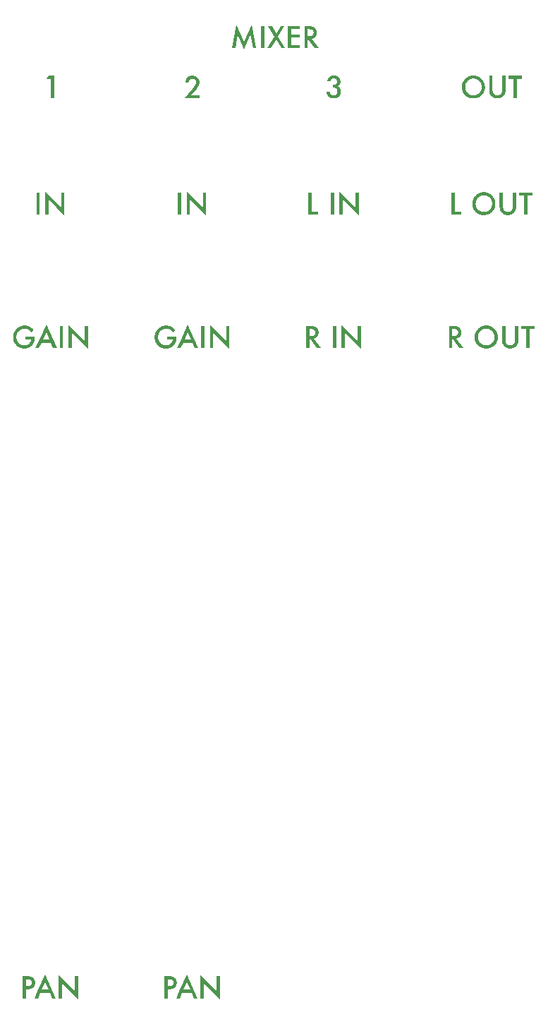
<source format=gto>
%TF.GenerationSoftware,KiCad,Pcbnew,8.0.8*%
%TF.CreationDate,2025-02-16T22:07:38+00:00*%
%TF.ProjectId,bcm-mixer-panel,62636d2d-6d69-4786-9572-2d70616e656c,rev01*%
%TF.SameCoordinates,Original*%
%TF.FileFunction,Legend,Top*%
%TF.FilePolarity,Positive*%
%FSLAX46Y46*%
G04 Gerber Fmt 4.6, Leading zero omitted, Abs format (unit mm)*
G04 Created by KiCad (PCBNEW 8.0.8) date 2025-02-16 22:07:38*
%MOMM*%
%LPD*%
G01*
G04 APERTURE LIST*
%ADD10C,0.000000*%
G04 APERTURE END LIST*
D10*
G36*
X98157289Y-81048325D02*
G01*
X97547510Y-81048325D01*
X97547510Y-83330696D01*
X97146158Y-83330696D01*
X97146158Y-81048325D01*
X96534647Y-81048325D01*
X96534647Y-80671089D01*
X98157289Y-80671089D01*
X98157289Y-81048325D01*
G37*
G36*
X69960191Y-45086193D02*
G01*
X68893938Y-45086193D01*
X68893938Y-45725258D01*
X69929185Y-45725258D01*
X69929185Y-46102493D01*
X68893938Y-46102493D01*
X68893938Y-46991325D01*
X69960191Y-46991325D01*
X69960191Y-47368561D01*
X68492586Y-47368561D01*
X68492586Y-44708954D01*
X69960191Y-44708954D01*
X69960191Y-45086193D01*
G37*
G36*
X90850064Y-50622689D02*
G01*
X90919222Y-50627453D01*
X90987114Y-50635393D01*
X91053742Y-50646509D01*
X91119105Y-50660800D01*
X91183202Y-50678268D01*
X91246035Y-50698912D01*
X91307603Y-50722731D01*
X91367905Y-50749727D01*
X91426943Y-50779898D01*
X91484715Y-50813245D01*
X91541223Y-50849769D01*
X91596465Y-50889468D01*
X91650443Y-50932344D01*
X91703155Y-50978395D01*
X91754602Y-51027622D01*
X91804038Y-51079077D01*
X91850284Y-51131810D01*
X91893341Y-51185821D01*
X91933209Y-51241111D01*
X91969887Y-51297679D01*
X92003375Y-51355526D01*
X92033674Y-51414651D01*
X92060784Y-51475055D01*
X92084704Y-51536737D01*
X92105435Y-51599697D01*
X92122977Y-51663936D01*
X92137329Y-51729453D01*
X92148491Y-51796249D01*
X92156465Y-51864323D01*
X92161249Y-51933676D01*
X92162843Y-52004307D01*
X92161242Y-52075328D01*
X92156437Y-52144990D01*
X92148430Y-52213293D01*
X92137220Y-52280237D01*
X92122807Y-52345821D01*
X92105191Y-52410046D01*
X92084372Y-52472913D01*
X92060350Y-52534420D01*
X92033125Y-52594567D01*
X92002698Y-52653356D01*
X91969067Y-52710785D01*
X91932233Y-52766855D01*
X91892197Y-52821566D01*
X91848958Y-52874917D01*
X91802515Y-52926910D01*
X91752870Y-52977543D01*
X91700744Y-53026144D01*
X91647286Y-53071609D01*
X91592495Y-53113939D01*
X91536372Y-53153134D01*
X91478917Y-53189193D01*
X91420129Y-53222116D01*
X91360009Y-53251904D01*
X91298557Y-53278556D01*
X91235772Y-53302073D01*
X91171655Y-53322454D01*
X91106206Y-53339700D01*
X91039424Y-53353810D01*
X90971310Y-53364785D01*
X90901864Y-53372624D01*
X90831085Y-53377327D01*
X90758974Y-53378895D01*
X90695004Y-53377502D01*
X90631855Y-53373323D01*
X90569527Y-53366359D01*
X90508020Y-53356610D01*
X90447334Y-53344074D01*
X90387469Y-53328753D01*
X90328425Y-53310646D01*
X90270201Y-53289753D01*
X90212799Y-53266075D01*
X90156217Y-53239611D01*
X90100456Y-53210362D01*
X90045516Y-53178326D01*
X89991396Y-53143505D01*
X89938098Y-53105898D01*
X89885620Y-53065506D01*
X89833963Y-53022327D01*
X89779312Y-52972064D01*
X89728187Y-52919890D01*
X89680588Y-52865805D01*
X89636515Y-52809809D01*
X89595968Y-52751902D01*
X89558946Y-52692084D01*
X89525451Y-52630355D01*
X89495481Y-52566715D01*
X89469037Y-52501164D01*
X89446119Y-52433702D01*
X89426727Y-52364329D01*
X89410861Y-52293046D01*
X89398520Y-52219851D01*
X89389706Y-52144745D01*
X89384417Y-52067728D01*
X89382770Y-51994003D01*
X89787454Y-51994003D01*
X89788612Y-52048512D01*
X89792084Y-52101796D01*
X89797871Y-52153856D01*
X89805972Y-52204691D01*
X89816388Y-52254302D01*
X89829119Y-52302687D01*
X89844165Y-52349849D01*
X89861525Y-52395785D01*
X89881200Y-52440497D01*
X89903190Y-52483985D01*
X89927494Y-52526248D01*
X89954113Y-52567286D01*
X89983046Y-52607099D01*
X90014294Y-52645688D01*
X90047857Y-52683053D01*
X90083734Y-52719193D01*
X90120909Y-52753610D01*
X90158798Y-52785807D01*
X90197399Y-52815783D01*
X90236714Y-52843539D01*
X90276743Y-52869074D01*
X90317484Y-52892390D01*
X90358939Y-52913484D01*
X90401107Y-52932358D01*
X90443989Y-52949012D01*
X90487584Y-52963445D01*
X90531892Y-52975658D01*
X90576913Y-52985650D01*
X90622648Y-52993422D01*
X90669095Y-52998973D01*
X90716257Y-53002304D01*
X90764131Y-53003414D01*
X90815942Y-53002284D01*
X90866731Y-52998892D01*
X90916496Y-52993240D01*
X90965240Y-52985327D01*
X91012960Y-52975154D01*
X91059658Y-52962719D01*
X91105333Y-52948024D01*
X91149985Y-52931067D01*
X91193615Y-52911850D01*
X91236221Y-52890372D01*
X91277805Y-52866634D01*
X91318367Y-52840634D01*
X91357905Y-52812374D01*
X91396421Y-52781852D01*
X91433914Y-52749070D01*
X91470384Y-52714027D01*
X91505218Y-52676926D01*
X91537804Y-52638828D01*
X91568143Y-52599734D01*
X91596235Y-52559645D01*
X91622079Y-52518559D01*
X91645676Y-52476478D01*
X91667026Y-52433401D01*
X91686128Y-52389328D01*
X91702983Y-52344259D01*
X91717591Y-52298194D01*
X91729951Y-52251133D01*
X91740064Y-52203077D01*
X91747930Y-52154024D01*
X91753548Y-52103976D01*
X91756919Y-52052932D01*
X91758043Y-52000893D01*
X91756933Y-51948247D01*
X91753602Y-51896679D01*
X91748051Y-51846186D01*
X91740279Y-51796771D01*
X91730287Y-51748432D01*
X91718074Y-51701169D01*
X91703641Y-51654984D01*
X91686987Y-51609874D01*
X91668114Y-51565842D01*
X91647019Y-51522885D01*
X91623704Y-51481006D01*
X91598169Y-51440203D01*
X91570414Y-51400477D01*
X91540438Y-51361827D01*
X91508242Y-51324254D01*
X91473825Y-51287758D01*
X91437988Y-51252715D01*
X91401101Y-51219933D01*
X91363165Y-51189412D01*
X91324179Y-51161151D01*
X91284144Y-51135152D01*
X91243059Y-51111413D01*
X91200924Y-51089935D01*
X91157739Y-51070718D01*
X91113505Y-51053762D01*
X91068221Y-51039066D01*
X91021888Y-51026632D01*
X90974505Y-51016458D01*
X90926072Y-51008545D01*
X90876590Y-51002893D01*
X90826058Y-50999502D01*
X90774477Y-50998371D01*
X90723090Y-50999502D01*
X90672712Y-51002893D01*
X90623343Y-51008545D01*
X90574984Y-51016458D01*
X90527635Y-51026632D01*
X90481294Y-51039066D01*
X90435963Y-51053762D01*
X90391641Y-51070718D01*
X90348329Y-51089935D01*
X90306025Y-51111413D01*
X90264731Y-51135152D01*
X90224446Y-51161151D01*
X90185170Y-51189412D01*
X90146903Y-51219933D01*
X90109645Y-51252715D01*
X90073396Y-51287758D01*
X90038771Y-51324025D01*
X90006379Y-51361343D01*
X89976221Y-51399710D01*
X89948297Y-51439126D01*
X89922607Y-51479592D01*
X89899150Y-51521108D01*
X89877928Y-51563674D01*
X89858940Y-51607289D01*
X89842185Y-51651954D01*
X89827665Y-51697668D01*
X89815378Y-51744433D01*
X89805326Y-51792247D01*
X89797507Y-51841110D01*
X89791922Y-51891024D01*
X89788571Y-51941987D01*
X89787454Y-51993999D01*
X89787454Y-51994003D01*
X89382770Y-51994003D01*
X89382770Y-51993999D01*
X89382654Y-51988802D01*
X89384262Y-51919229D01*
X89389086Y-51850893D01*
X89397127Y-51783794D01*
X89408384Y-51717934D01*
X89422858Y-51653311D01*
X89440548Y-51589927D01*
X89461454Y-51527781D01*
X89485576Y-51466873D01*
X89512915Y-51407203D01*
X89543470Y-51348771D01*
X89577242Y-51291577D01*
X89614229Y-51235621D01*
X89654433Y-51180903D01*
X89697854Y-51127423D01*
X89744491Y-51075181D01*
X89794344Y-51024178D01*
X89846236Y-50975367D01*
X89899420Y-50929706D01*
X89953896Y-50887194D01*
X90009664Y-50847831D01*
X90066724Y-50811617D01*
X90125075Y-50778552D01*
X90184719Y-50748637D01*
X90245654Y-50721870D01*
X90307881Y-50698252D01*
X90371399Y-50677784D01*
X90436210Y-50660464D01*
X90502313Y-50646293D01*
X90569707Y-50635272D01*
X90638393Y-50627399D01*
X90708372Y-50622676D01*
X90779642Y-50621101D01*
X90850064Y-50622689D01*
G37*
G36*
X65674509Y-47368561D02*
G01*
X65273157Y-47368561D01*
X65273157Y-44708954D01*
X65674509Y-44708954D01*
X65674509Y-47368561D01*
G37*
G36*
X53939966Y-80628489D02*
G01*
X53978455Y-80629982D01*
X54016620Y-80632472D01*
X54054463Y-80635957D01*
X54091982Y-80640438D01*
X54129179Y-80645915D01*
X54166052Y-80652388D01*
X54202603Y-80659857D01*
X54238830Y-80668321D01*
X54274735Y-80677781D01*
X54310316Y-80688238D01*
X54345575Y-80699689D01*
X54380510Y-80712137D01*
X54415122Y-80725581D01*
X54449411Y-80740020D01*
X54483377Y-80755455D01*
X54515641Y-80772007D01*
X54547838Y-80789797D01*
X54579968Y-80808826D01*
X54612030Y-80829092D01*
X54644025Y-80850597D01*
X54675953Y-80873340D01*
X54707813Y-80897321D01*
X54739606Y-80922540D01*
X54771331Y-80948997D01*
X54802989Y-80976693D01*
X54834580Y-81005626D01*
X54866104Y-81035798D01*
X54897560Y-81067209D01*
X54928949Y-81099857D01*
X54960271Y-81133744D01*
X54991525Y-81168869D01*
X54705583Y-81442757D01*
X54664114Y-81389984D01*
X54621527Y-81340615D01*
X54577824Y-81294652D01*
X54533003Y-81252092D01*
X54487066Y-81212938D01*
X54440012Y-81177188D01*
X54391841Y-81144843D01*
X54342554Y-81115903D01*
X54292149Y-81090367D01*
X54240628Y-81068236D01*
X54187989Y-81049510D01*
X54134234Y-81034189D01*
X54079362Y-81022272D01*
X54023373Y-81013760D01*
X53966267Y-81008653D01*
X53908044Y-81006950D01*
X53855823Y-81008088D01*
X53804665Y-81011499D01*
X53754569Y-81017185D01*
X53705537Y-81025145D01*
X53657568Y-81035379D01*
X53610662Y-81047888D01*
X53564819Y-81062671D01*
X53520039Y-81079728D01*
X53476323Y-81099060D01*
X53433669Y-81120665D01*
X53392079Y-81144545D01*
X53351552Y-81170699D01*
X53312088Y-81199128D01*
X53273687Y-81229830D01*
X53236349Y-81262807D01*
X53200075Y-81298058D01*
X53165449Y-81334366D01*
X53133057Y-81371804D01*
X53102899Y-81410373D01*
X53074975Y-81450072D01*
X53049285Y-81490902D01*
X53025829Y-81532862D01*
X53004607Y-81575953D01*
X52985618Y-81620173D01*
X52968864Y-81665525D01*
X52954343Y-81712006D01*
X52942057Y-81759618D01*
X52932004Y-81808361D01*
X52924185Y-81858233D01*
X52918601Y-81909236D01*
X52915250Y-81961370D01*
X52914133Y-82014633D01*
X52915378Y-82069572D01*
X52919112Y-82123286D01*
X52925336Y-82175776D01*
X52934050Y-82227041D01*
X52945253Y-82277082D01*
X52958946Y-82325898D01*
X52975129Y-82373490D01*
X52993801Y-82419857D01*
X53014963Y-82465000D01*
X53038614Y-82508918D01*
X53064755Y-82551611D01*
X53093386Y-82593081D01*
X53124506Y-82633325D01*
X53158116Y-82672345D01*
X53194216Y-82710141D01*
X53232805Y-82746712D01*
X53270250Y-82779043D01*
X53308086Y-82809288D01*
X53346312Y-82837447D01*
X53384928Y-82863520D01*
X53423935Y-82887508D01*
X53463331Y-82909409D01*
X53503118Y-82929225D01*
X53543295Y-82946955D01*
X53583862Y-82962599D01*
X53624819Y-82976157D01*
X53666166Y-82987629D01*
X53707903Y-82997015D01*
X53750031Y-83004316D01*
X53792549Y-83009531D01*
X53835457Y-83012659D01*
X53878755Y-83013702D01*
X53915554Y-83012922D01*
X53951882Y-83010580D01*
X53987739Y-83006678D01*
X54023125Y-83001214D01*
X54058040Y-82994189D01*
X54092484Y-82985604D01*
X54126457Y-82975457D01*
X54159959Y-82963749D01*
X54192990Y-82950480D01*
X54225551Y-82935650D01*
X54257640Y-82919259D01*
X54289258Y-82901307D01*
X54320405Y-82881794D01*
X54351081Y-82860720D01*
X54381286Y-82838085D01*
X54411020Y-82813889D01*
X54439704Y-82788386D01*
X54466760Y-82762265D01*
X54492188Y-82735525D01*
X54515988Y-82708166D01*
X54538159Y-82680188D01*
X54558702Y-82651592D01*
X54577616Y-82622376D01*
X54594903Y-82592541D01*
X54610560Y-82562087D01*
X54624590Y-82531014D01*
X54636991Y-82499322D01*
X54647763Y-82467010D01*
X54656908Y-82434080D01*
X54664423Y-82400530D01*
X54670311Y-82366361D01*
X54674570Y-82331573D01*
X54011392Y-82331573D01*
X54011385Y-81954353D01*
X55110368Y-81954353D01*
X55110368Y-82042206D01*
X55109265Y-82116060D01*
X55105955Y-82187760D01*
X55100438Y-82257308D01*
X55092715Y-82324702D01*
X55082784Y-82389943D01*
X55070647Y-82453031D01*
X55056302Y-82513966D01*
X55039751Y-82572746D01*
X55030768Y-82599338D01*
X55021044Y-82625714D01*
X55010581Y-82651875D01*
X54999377Y-82677820D01*
X54987434Y-82703550D01*
X54974750Y-82729065D01*
X54961326Y-82754365D01*
X54947162Y-82779449D01*
X54932258Y-82804319D01*
X54916614Y-82828972D01*
X54900230Y-82853411D01*
X54883105Y-82877634D01*
X54865241Y-82901642D01*
X54846636Y-82925435D01*
X54827292Y-82949012D01*
X54807207Y-82972374D01*
X54760127Y-83022852D01*
X54711472Y-83070074D01*
X54661243Y-83114039D01*
X54609439Y-83154747D01*
X54556060Y-83192199D01*
X54501107Y-83226394D01*
X54444579Y-83257332D01*
X54386477Y-83285014D01*
X54326800Y-83309439D01*
X54265549Y-83330608D01*
X54202723Y-83348520D01*
X54138323Y-83363175D01*
X54072348Y-83374574D01*
X54004799Y-83382715D01*
X53935675Y-83387600D01*
X53864977Y-83389229D01*
X53795839Y-83387654D01*
X53727953Y-83382931D01*
X53661319Y-83375058D01*
X53595936Y-83364036D01*
X53531805Y-83349865D01*
X53468925Y-83332546D01*
X53407297Y-83312077D01*
X53346921Y-83288459D01*
X53287796Y-83261692D01*
X53229922Y-83231776D01*
X53173301Y-83198711D01*
X53117931Y-83162497D01*
X53063813Y-83123135D01*
X53010946Y-83080623D01*
X52959331Y-83034962D01*
X52908968Y-82986153D01*
X52860783Y-82934920D01*
X52815707Y-82882423D01*
X52773740Y-82828660D01*
X52734882Y-82773633D01*
X52699132Y-82717341D01*
X52666491Y-82659784D01*
X52636958Y-82600962D01*
X52610534Y-82540874D01*
X52587219Y-82479523D01*
X52567013Y-82416906D01*
X52549915Y-82353024D01*
X52535926Y-82287877D01*
X52525046Y-82221465D01*
X52517274Y-82153789D01*
X52512611Y-82084847D01*
X52511057Y-82014641D01*
X52512638Y-81942980D01*
X52517382Y-81872693D01*
X52525288Y-81803777D01*
X52536357Y-81736235D01*
X52550588Y-81670065D01*
X52567982Y-81605267D01*
X52588538Y-81541843D01*
X52612257Y-81479791D01*
X52639138Y-81419111D01*
X52669182Y-81359805D01*
X52702388Y-81301871D01*
X52738757Y-81245309D01*
X52778288Y-81190121D01*
X52820982Y-81136305D01*
X52866838Y-81083862D01*
X52915857Y-81032791D01*
X52967143Y-80983772D01*
X53019802Y-80937916D01*
X53073834Y-80895222D01*
X53129238Y-80855691D01*
X53186015Y-80819322D01*
X53244164Y-80786116D01*
X53303686Y-80756072D01*
X53364581Y-80729191D01*
X53426848Y-80705472D01*
X53490488Y-80684916D01*
X53555501Y-80667522D01*
X53621886Y-80653291D01*
X53689644Y-80642222D01*
X53758775Y-80634316D01*
X53829279Y-80629572D01*
X53901155Y-80627991D01*
X53939966Y-80628489D01*
G37*
G36*
X40775140Y-83339272D02*
G01*
X40335893Y-83339272D01*
X40056833Y-82693321D01*
X38918233Y-82693321D01*
X38621957Y-83339272D01*
X38189600Y-83339272D01*
X38665965Y-82316086D01*
X39085317Y-82316086D01*
X39893190Y-82316086D01*
X39498727Y-81411751D01*
X39085317Y-82316086D01*
X38665965Y-82316086D01*
X39505624Y-80512581D01*
X40775140Y-83339272D01*
G37*
G36*
X97877390Y-65048332D02*
G01*
X97267610Y-65048332D01*
X97267610Y-67330704D01*
X96866251Y-67330704D01*
X96866251Y-65048332D01*
X96254747Y-65048332D01*
X96254747Y-64671097D01*
X97877390Y-64671097D01*
X97877390Y-65048332D01*
G37*
G36*
X74058724Y-50626219D02*
G01*
X74100920Y-50628642D01*
X74142106Y-50632679D01*
X74182283Y-50638331D01*
X74221451Y-50645598D01*
X74259609Y-50654480D01*
X74296758Y-50664976D01*
X74332898Y-50677088D01*
X74368028Y-50690814D01*
X74402149Y-50706155D01*
X74435261Y-50723112D01*
X74467364Y-50741683D01*
X74498457Y-50761868D01*
X74528540Y-50783669D01*
X74557615Y-50807085D01*
X74585680Y-50832115D01*
X74612380Y-50858202D01*
X74637358Y-50885218D01*
X74660613Y-50913162D01*
X74682145Y-50942034D01*
X74701955Y-50971835D01*
X74720042Y-51002565D01*
X74736406Y-51034224D01*
X74751048Y-51066811D01*
X74763967Y-51100326D01*
X74775163Y-51134770D01*
X74784637Y-51170143D01*
X74792389Y-51206444D01*
X74798418Y-51243674D01*
X74802724Y-51281833D01*
X74805308Y-51320920D01*
X74806169Y-51360935D01*
X74805039Y-51405950D01*
X74801647Y-51449700D01*
X74795995Y-51492185D01*
X74788082Y-51533406D01*
X74777908Y-51573361D01*
X74765473Y-51612051D01*
X74750777Y-51649476D01*
X74733821Y-51685636D01*
X74714603Y-51720531D01*
X74693125Y-51754160D01*
X74669386Y-51786525D01*
X74643386Y-51817625D01*
X74615125Y-51847460D01*
X74584604Y-51876030D01*
X74551822Y-51903335D01*
X74516779Y-51929375D01*
X74537126Y-51941777D01*
X74556827Y-51954654D01*
X74575882Y-51968006D01*
X74594292Y-51981832D01*
X74612055Y-51996132D01*
X74629173Y-52010906D01*
X74645645Y-52026155D01*
X74661470Y-52041879D01*
X74676650Y-52058076D01*
X74691184Y-52074748D01*
X74705072Y-52091895D01*
X74718314Y-52109516D01*
X74730910Y-52127611D01*
X74742860Y-52146181D01*
X74754164Y-52165225D01*
X74764823Y-52184743D01*
X74774835Y-52204736D01*
X74784201Y-52225203D01*
X74792922Y-52246144D01*
X74800996Y-52267560D01*
X74808425Y-52289450D01*
X74815207Y-52311815D01*
X74821344Y-52334654D01*
X74826834Y-52357967D01*
X74831679Y-52381755D01*
X74835878Y-52406017D01*
X74839431Y-52430753D01*
X74842337Y-52455964D01*
X74846213Y-52507808D01*
X74847505Y-52561550D01*
X74846563Y-52605825D01*
X74843737Y-52649076D01*
X74839027Y-52691305D01*
X74832433Y-52732512D01*
X74823955Y-52772696D01*
X74813593Y-52811857D01*
X74801347Y-52849995D01*
X74787217Y-52887111D01*
X74771202Y-52923204D01*
X74753304Y-52958274D01*
X74733522Y-52992321D01*
X74711855Y-53025346D01*
X74688304Y-53057348D01*
X74662870Y-53088327D01*
X74635551Y-53118283D01*
X74606348Y-53147217D01*
X74575671Y-53174751D01*
X74543931Y-53200508D01*
X74511128Y-53224489D01*
X74477263Y-53246694D01*
X74442334Y-53267122D01*
X74406342Y-53285774D01*
X74369287Y-53302649D01*
X74331169Y-53317749D01*
X74291988Y-53331071D01*
X74251744Y-53342618D01*
X74210436Y-53352387D01*
X74168066Y-53360381D01*
X74124633Y-53366598D01*
X74080137Y-53371039D01*
X74034577Y-53373704D01*
X73987955Y-53374592D01*
X73928849Y-53373212D01*
X73871682Y-53369074D01*
X73816453Y-53362177D01*
X73763161Y-53352522D01*
X73711808Y-53340107D01*
X73662392Y-53324934D01*
X73614914Y-53307002D01*
X73569375Y-53286312D01*
X73525773Y-53262862D01*
X73484109Y-53236654D01*
X73444383Y-53207687D01*
X73406594Y-53175961D01*
X73370744Y-53141476D01*
X73336832Y-53104233D01*
X73304857Y-53064230D01*
X73274820Y-53021469D01*
X73263038Y-53002508D01*
X73251808Y-52982658D01*
X73241130Y-52961920D01*
X73231003Y-52940294D01*
X73221429Y-52917780D01*
X73212406Y-52894377D01*
X73203934Y-52870087D01*
X73196015Y-52844908D01*
X73188647Y-52818841D01*
X73181831Y-52791886D01*
X73175567Y-52764042D01*
X73169854Y-52735311D01*
X73164693Y-52705691D01*
X73160084Y-52675183D01*
X73156027Y-52643788D01*
X73152521Y-52611504D01*
X73540094Y-52611504D01*
X73544314Y-52635269D01*
X73549220Y-52658335D01*
X73554812Y-52680701D01*
X73561091Y-52702368D01*
X73568056Y-52723334D01*
X73575707Y-52743601D01*
X73584044Y-52763168D01*
X73593068Y-52782035D01*
X73602777Y-52800203D01*
X73613173Y-52817671D01*
X73624255Y-52834439D01*
X73636024Y-52850507D01*
X73648478Y-52865876D01*
X73661619Y-52880545D01*
X73675445Y-52894514D01*
X73689958Y-52907784D01*
X73705313Y-52920090D01*
X73721232Y-52931603D01*
X73737717Y-52942322D01*
X73754768Y-52952247D01*
X73772383Y-52961378D01*
X73790564Y-52969714D01*
X73809309Y-52977257D01*
X73828621Y-52984006D01*
X73848497Y-52989961D01*
X73868938Y-52995122D01*
X73889945Y-52999489D01*
X73911517Y-53003063D01*
X73933654Y-53005842D01*
X73956357Y-53007827D01*
X73979625Y-53009018D01*
X74003458Y-53009415D01*
X74027527Y-53008910D01*
X74051071Y-53007396D01*
X74074090Y-53004873D01*
X74096584Y-53001340D01*
X74118553Y-52996798D01*
X74139998Y-52991247D01*
X74160917Y-52984686D01*
X74181311Y-52977117D01*
X74201181Y-52968537D01*
X74220525Y-52958949D01*
X74239345Y-52948351D01*
X74257640Y-52936744D01*
X74275410Y-52924128D01*
X74292655Y-52910502D01*
X74309375Y-52895867D01*
X74325571Y-52880222D01*
X74341007Y-52863367D01*
X74355448Y-52845960D01*
X74368892Y-52828001D01*
X74381341Y-52809490D01*
X74392793Y-52790428D01*
X74403250Y-52770813D01*
X74412711Y-52750648D01*
X74421176Y-52729930D01*
X74428645Y-52708661D01*
X74435118Y-52686840D01*
X74440595Y-52664467D01*
X74445076Y-52641542D01*
X74448561Y-52618066D01*
X74451051Y-52594038D01*
X74452545Y-52569458D01*
X74453043Y-52544327D01*
X74452296Y-52511343D01*
X74450055Y-52479569D01*
X74446320Y-52449008D01*
X74441092Y-52419657D01*
X74434370Y-52391518D01*
X74426154Y-52364589D01*
X74416445Y-52338872D01*
X74405242Y-52314366D01*
X74392545Y-52291072D01*
X74378354Y-52268988D01*
X74362669Y-52248116D01*
X74345491Y-52228455D01*
X74326820Y-52210005D01*
X74306654Y-52192766D01*
X74284995Y-52176739D01*
X74261842Y-52161922D01*
X74247370Y-52153996D01*
X74231942Y-52146580D01*
X74215558Y-52139676D01*
X74198219Y-52133284D01*
X74179924Y-52127402D01*
X74160674Y-52122033D01*
X74140468Y-52117174D01*
X74119306Y-52112827D01*
X74097189Y-52108992D01*
X74074116Y-52105668D01*
X74050088Y-52102855D01*
X74025104Y-52100554D01*
X73999165Y-52098764D01*
X73972270Y-52097485D01*
X73944419Y-52096718D01*
X73915613Y-52096462D01*
X73915605Y-52096462D01*
X73915605Y-51753674D01*
X73976729Y-51752785D01*
X74032631Y-51750121D01*
X74083312Y-51745680D01*
X74106694Y-51742794D01*
X74128770Y-51739463D01*
X74149542Y-51735689D01*
X74169008Y-51731470D01*
X74187169Y-51726808D01*
X74204024Y-51721701D01*
X74219574Y-51716150D01*
X74233819Y-51710156D01*
X74246759Y-51703717D01*
X74258394Y-51696835D01*
X74268038Y-51690472D01*
X74277375Y-51683875D01*
X74286407Y-51677041D01*
X74295132Y-51669973D01*
X74303552Y-51662668D01*
X74311665Y-51655129D01*
X74319472Y-51647354D01*
X74326972Y-51639343D01*
X74334167Y-51631097D01*
X74341056Y-51622615D01*
X74347638Y-51613898D01*
X74353914Y-51604946D01*
X74359885Y-51595758D01*
X74365549Y-51586334D01*
X74370906Y-51576675D01*
X74375958Y-51566781D01*
X74380704Y-51556651D01*
X74385143Y-51546285D01*
X74389276Y-51535684D01*
X74393103Y-51524848D01*
X74396624Y-51513776D01*
X74399839Y-51502468D01*
X74402748Y-51490925D01*
X74405350Y-51479147D01*
X74409636Y-51454884D01*
X74412698Y-51429678D01*
X74414535Y-51403531D01*
X74415147Y-51376442D01*
X74414703Y-51355374D01*
X74413371Y-51334804D01*
X74411151Y-51314733D01*
X74408042Y-51295159D01*
X74404045Y-51276083D01*
X74399160Y-51257505D01*
X74393387Y-51239425D01*
X74386726Y-51221843D01*
X74379177Y-51204759D01*
X74370739Y-51188173D01*
X74361413Y-51172085D01*
X74351199Y-51156495D01*
X74340097Y-51141403D01*
X74328107Y-51126808D01*
X74315228Y-51112712D01*
X74301462Y-51099113D01*
X74287203Y-51085973D01*
X74272420Y-51073679D01*
X74257112Y-51062234D01*
X74241279Y-51051636D01*
X74224921Y-51041886D01*
X74208039Y-51032984D01*
X74190631Y-51024930D01*
X74172700Y-51017724D01*
X74154243Y-51011365D01*
X74135261Y-51005854D01*
X74115755Y-51001191D01*
X74095725Y-50997376D01*
X74075169Y-50994408D01*
X74054089Y-50992289D01*
X74032484Y-50991017D01*
X74010355Y-50990593D01*
X73989765Y-50990909D01*
X73969768Y-50991858D01*
X73950362Y-50993439D01*
X73931549Y-50995653D01*
X73913328Y-50998499D01*
X73895699Y-51001978D01*
X73878662Y-51006089D01*
X73862217Y-51010832D01*
X73846364Y-51016208D01*
X73831103Y-51022217D01*
X73816434Y-51028858D01*
X73802357Y-51036132D01*
X73788872Y-51044038D01*
X73775979Y-51052577D01*
X73763679Y-51061748D01*
X73751970Y-51071552D01*
X73741163Y-51082331D01*
X73730706Y-51093998D01*
X73720599Y-51106554D01*
X73710842Y-51119997D01*
X73701436Y-51134329D01*
X73692379Y-51149549D01*
X73683672Y-51165658D01*
X73675315Y-51182654D01*
X73667309Y-51200539D01*
X73659652Y-51219312D01*
X73652345Y-51238974D01*
X73645388Y-51259524D01*
X73638780Y-51280962D01*
X73632523Y-51303288D01*
X73626615Y-51326502D01*
X73621057Y-51350605D01*
X73221429Y-51350605D01*
X73229693Y-51304453D01*
X73238979Y-51259875D01*
X73249287Y-51216872D01*
X73260618Y-51175444D01*
X73272972Y-51135590D01*
X73286349Y-51097310D01*
X73300748Y-51060605D01*
X73316170Y-51025475D01*
X73332615Y-50991919D01*
X73350083Y-50959938D01*
X73368573Y-50929531D01*
X73388086Y-50900698D01*
X73408622Y-50873440D01*
X73430180Y-50847757D01*
X73452762Y-50823648D01*
X73476366Y-50801113D01*
X73501080Y-50779837D01*
X73526992Y-50759933D01*
X73554102Y-50741402D01*
X73582409Y-50724244D01*
X73611915Y-50708458D01*
X73642618Y-50694045D01*
X73674518Y-50681005D01*
X73707616Y-50669337D01*
X73741912Y-50659042D01*
X73777406Y-50650120D01*
X73814097Y-50642570D01*
X73851987Y-50636393D01*
X73891073Y-50631589D01*
X73931358Y-50628157D01*
X73972840Y-50626098D01*
X74015520Y-50625412D01*
X74058724Y-50626219D01*
G37*
G36*
X64709886Y-47368561D02*
G01*
X64298196Y-47368561D01*
X64041536Y-45763149D01*
X63254335Y-47490860D01*
X62489526Y-45761425D01*
X62203584Y-47368561D01*
X61788446Y-47368561D01*
X62348276Y-44509136D01*
X63261224Y-46576191D01*
X64206903Y-44509136D01*
X64709886Y-47368561D01*
G37*
G36*
X93068903Y-52273056D02*
G01*
X93069340Y-52315184D01*
X93070652Y-52355872D01*
X93072839Y-52395121D01*
X93075901Y-52432929D01*
X93079837Y-52469298D01*
X93084648Y-52504226D01*
X93090334Y-52537715D01*
X93096894Y-52569764D01*
X93104329Y-52600372D01*
X93112639Y-52629541D01*
X93121823Y-52657270D01*
X93131882Y-52683559D01*
X93142816Y-52708408D01*
X93154624Y-52731817D01*
X93167307Y-52753786D01*
X93180864Y-52774315D01*
X93202282Y-52802057D01*
X93224764Y-52828010D01*
X93248308Y-52852173D01*
X93272916Y-52874546D01*
X93298587Y-52895129D01*
X93325320Y-52913922D01*
X93353117Y-52930926D01*
X93381977Y-52946139D01*
X93411900Y-52959563D01*
X93442885Y-52971197D01*
X93474934Y-52981041D01*
X93508046Y-52989095D01*
X93542221Y-52995360D01*
X93577459Y-52999834D01*
X93613760Y-53002519D01*
X93651125Y-53003414D01*
X93688698Y-53002519D01*
X93725195Y-52999834D01*
X93760615Y-52995360D01*
X93794958Y-52989095D01*
X93828225Y-52981041D01*
X93860415Y-52971197D01*
X93891528Y-52959563D01*
X93921565Y-52946139D01*
X93950525Y-52930926D01*
X93978408Y-52913922D01*
X94005214Y-52895129D01*
X94030944Y-52874546D01*
X94055596Y-52852173D01*
X94079172Y-52828010D01*
X94101672Y-52802057D01*
X94123094Y-52774315D01*
X94136653Y-52754391D01*
X94149337Y-52732946D01*
X94161146Y-52709981D01*
X94172081Y-52685495D01*
X94182140Y-52659489D01*
X94191325Y-52631962D01*
X94199635Y-52602914D01*
X94207071Y-52572346D01*
X94213632Y-52540257D01*
X94219318Y-52506647D01*
X94224129Y-52471517D01*
X94228065Y-52434866D01*
X94231127Y-52396695D01*
X94233314Y-52357003D01*
X94234626Y-52315790D01*
X94235063Y-52273056D01*
X94235063Y-50671089D01*
X94636415Y-50671089D01*
X94636415Y-52383297D01*
X94635392Y-52435256D01*
X94632324Y-52486058D01*
X94627211Y-52535702D01*
X94620051Y-52584189D01*
X94610847Y-52631518D01*
X94599597Y-52677691D01*
X94586302Y-52722705D01*
X94570961Y-52766563D01*
X94553574Y-52809263D01*
X94534142Y-52850806D01*
X94512665Y-52891192D01*
X94489143Y-52930420D01*
X94463574Y-52968491D01*
X94435961Y-53005404D01*
X94406302Y-53041161D01*
X94374597Y-53075760D01*
X94337252Y-53112472D01*
X94298858Y-53146816D01*
X94259414Y-53178791D01*
X94218920Y-53208397D01*
X94177377Y-53235635D01*
X94134784Y-53260504D01*
X94091142Y-53283005D01*
X94046449Y-53303137D01*
X94000707Y-53320901D01*
X93953916Y-53336296D01*
X93906075Y-53349323D01*
X93857184Y-53359981D01*
X93807244Y-53368271D01*
X93756254Y-53374192D01*
X93704214Y-53377745D01*
X93651125Y-53378929D01*
X93598042Y-53377745D01*
X93546022Y-53374192D01*
X93495066Y-53368271D01*
X93445173Y-53359981D01*
X93396342Y-53349323D01*
X93348575Y-53336296D01*
X93301871Y-53320901D01*
X93256230Y-53303137D01*
X93211652Y-53283005D01*
X93168137Y-53260504D01*
X93125686Y-53235635D01*
X93084298Y-53208397D01*
X93043972Y-53178791D01*
X93004711Y-53146816D01*
X92966512Y-53112472D01*
X92929376Y-53075760D01*
X92897670Y-53041161D01*
X92868010Y-53005404D01*
X92840395Y-52968491D01*
X92814825Y-52930420D01*
X92791301Y-52891192D01*
X92769823Y-52850806D01*
X92750390Y-52809263D01*
X92733002Y-52766563D01*
X92717660Y-52722705D01*
X92704364Y-52677691D01*
X92693113Y-52631518D01*
X92683908Y-52584189D01*
X92676748Y-52535702D01*
X92671634Y-52486058D01*
X92668566Y-52435256D01*
X92667543Y-52383297D01*
X92667543Y-50671089D01*
X93068903Y-50671089D01*
X93068903Y-52273056D01*
G37*
G36*
X74316957Y-83339279D02*
G01*
X73915605Y-83339279D01*
X73915605Y-80679672D01*
X74316957Y-80679672D01*
X74316957Y-83339279D01*
G37*
G36*
X40658868Y-161339279D02*
G01*
X40219621Y-161339279D01*
X39940561Y-160693329D01*
X38801962Y-160693329D01*
X38505685Y-161339279D01*
X38073328Y-161339279D01*
X38549694Y-160316086D01*
X38969045Y-160316086D01*
X39776918Y-160316086D01*
X39382455Y-159411743D01*
X38969045Y-160316086D01*
X38549694Y-160316086D01*
X39389352Y-158512573D01*
X40658868Y-161339279D01*
G37*
G36*
X38710668Y-67339279D02*
G01*
X38309316Y-67339279D01*
X38309316Y-64679672D01*
X38710668Y-64679672D01*
X38710668Y-67339279D01*
G37*
G36*
X41289320Y-66527962D02*
G01*
X41289320Y-64679672D01*
X41690672Y-64679672D01*
X41690672Y-67501198D01*
X39751085Y-65477211D01*
X39751085Y-67339279D01*
X39349733Y-67339279D01*
X39349733Y-64498802D01*
X41289320Y-66527962D01*
G37*
G36*
X37203470Y-158680414D02*
G01*
X37279343Y-158682594D01*
X37350102Y-158686227D01*
X37415747Y-158691313D01*
X37476278Y-158697851D01*
X37531695Y-158705842D01*
X37581998Y-158715286D01*
X37627187Y-158726181D01*
X37648558Y-158732315D01*
X37669605Y-158739096D01*
X37690330Y-158746523D01*
X37710731Y-158754596D01*
X37730810Y-158763316D01*
X37750565Y-158772682D01*
X37769998Y-158782695D01*
X37789107Y-158793354D01*
X37807894Y-158804659D01*
X37826357Y-158816611D01*
X37844498Y-158829208D01*
X37862316Y-158842452D01*
X37879810Y-158856341D01*
X37896982Y-158870877D01*
X37913831Y-158886058D01*
X37930357Y-158901886D01*
X37958099Y-158930333D01*
X37984052Y-158959696D01*
X38008215Y-158989974D01*
X38030588Y-159021167D01*
X38051171Y-159053276D01*
X38069964Y-159086300D01*
X38086967Y-159120240D01*
X38102181Y-159155094D01*
X38115605Y-159190864D01*
X38127239Y-159227549D01*
X38137083Y-159265149D01*
X38145137Y-159303664D01*
X38151402Y-159343094D01*
X38155876Y-159383439D01*
X38158561Y-159424698D01*
X38159456Y-159466873D01*
X38158500Y-159511929D01*
X38155634Y-159555800D01*
X38150856Y-159598486D01*
X38144168Y-159639988D01*
X38135569Y-159680306D01*
X38125058Y-159719440D01*
X38112637Y-159757390D01*
X38098305Y-159794155D01*
X38082062Y-159829736D01*
X38063908Y-159864134D01*
X38043843Y-159897347D01*
X38021867Y-159929376D01*
X37997980Y-159960221D01*
X37972182Y-159989883D01*
X37944473Y-160018360D01*
X37914854Y-160045654D01*
X37883612Y-160071519D01*
X37851039Y-160095715D01*
X37817133Y-160118242D01*
X37781895Y-160139101D01*
X37745324Y-160158291D01*
X37707422Y-160175812D01*
X37668187Y-160191665D01*
X37627619Y-160205849D01*
X37585720Y-160218364D01*
X37542488Y-160229210D01*
X37497924Y-160238388D01*
X37452028Y-160245897D01*
X37404799Y-160251738D01*
X37356239Y-160255909D01*
X37306346Y-160258412D01*
X37255121Y-160259247D01*
X37069082Y-160259247D01*
X37069082Y-161339294D01*
X36667730Y-161339294D01*
X36667730Y-159050018D01*
X37069078Y-159050018D01*
X37069082Y-159887177D01*
X37218942Y-159887177D01*
X37285900Y-159885515D01*
X37348537Y-159880529D01*
X37406855Y-159872219D01*
X37460853Y-159860586D01*
X37486231Y-159853523D01*
X37510530Y-159845629D01*
X37533749Y-159836904D01*
X37555889Y-159827347D01*
X37576948Y-159816960D01*
X37596927Y-159805742D01*
X37615826Y-159793693D01*
X37633645Y-159780813D01*
X37650384Y-159767102D01*
X37666044Y-159752560D01*
X37680623Y-159737187D01*
X37694122Y-159720983D01*
X37706542Y-159703948D01*
X37717881Y-159686082D01*
X37728141Y-159667385D01*
X37737320Y-159647857D01*
X37745420Y-159627498D01*
X37752440Y-159606308D01*
X37758379Y-159584287D01*
X37763239Y-159561435D01*
X37767019Y-159537751D01*
X37769719Y-159513237D01*
X37771339Y-159487892D01*
X37771879Y-159461716D01*
X37771322Y-159436387D01*
X37769652Y-159411863D01*
X37766868Y-159388142D01*
X37762970Y-159365226D01*
X37757959Y-159343113D01*
X37751834Y-159321805D01*
X37744595Y-159301300D01*
X37736243Y-159281600D01*
X37726778Y-159262704D01*
X37716199Y-159244612D01*
X37704506Y-159227324D01*
X37691699Y-159210840D01*
X37677779Y-159195160D01*
X37662746Y-159180284D01*
X37646598Y-159166212D01*
X37629337Y-159152945D01*
X37610963Y-159140481D01*
X37591475Y-159128821D01*
X37570873Y-159117966D01*
X37549158Y-159107915D01*
X37526329Y-159098667D01*
X37502387Y-159090224D01*
X37477331Y-159082585D01*
X37451161Y-159075750D01*
X37423878Y-159069719D01*
X37395481Y-159064492D01*
X37365971Y-159060070D01*
X37335347Y-159056451D01*
X37303609Y-159053637D01*
X37270758Y-159051627D01*
X37236793Y-159050420D01*
X37201715Y-159050018D01*
X37069078Y-159050018D01*
X36667730Y-159050018D01*
X36667730Y-158679687D01*
X37122484Y-158679687D01*
X37203470Y-158680414D01*
G37*
G36*
X57075119Y-50648698D02*
G01*
X57119178Y-50651403D01*
X57162323Y-50655911D01*
X57204552Y-50662223D01*
X57245866Y-50670337D01*
X57286265Y-50680255D01*
X57325749Y-50691977D01*
X57364318Y-50705501D01*
X57401971Y-50720829D01*
X57438710Y-50737960D01*
X57474534Y-50756894D01*
X57509442Y-50777632D01*
X57543435Y-50800173D01*
X57576514Y-50824518D01*
X57608677Y-50850665D01*
X57639925Y-50878616D01*
X57669962Y-50907900D01*
X57698061Y-50938044D01*
X57724223Y-50969050D01*
X57748446Y-51000917D01*
X57770732Y-51033646D01*
X57791079Y-51067235D01*
X57809489Y-51101686D01*
X57825961Y-51136998D01*
X57840495Y-51173172D01*
X57853091Y-51210206D01*
X57863749Y-51248102D01*
X57872469Y-51286859D01*
X57879251Y-51326478D01*
X57884096Y-51366957D01*
X57887003Y-51408298D01*
X57887971Y-51450500D01*
X57887521Y-51477597D01*
X57886168Y-51504627D01*
X57883914Y-51531589D01*
X57880759Y-51558483D01*
X57876702Y-51585311D01*
X57871743Y-51612071D01*
X57865882Y-51638764D01*
X57859120Y-51665389D01*
X57851456Y-51691947D01*
X57842891Y-51718438D01*
X57833423Y-51744861D01*
X57823055Y-51771218D01*
X57811784Y-51797506D01*
X57799612Y-51823728D01*
X57786537Y-51849882D01*
X57772562Y-51875969D01*
X57757058Y-51903745D01*
X57739832Y-51932812D01*
X57720883Y-51963172D01*
X57700212Y-51994824D01*
X57677819Y-52027768D01*
X57653703Y-52062003D01*
X57627865Y-52097531D01*
X57600305Y-52134350D01*
X57571371Y-52172246D01*
X57540553Y-52211864D01*
X57473265Y-52296269D01*
X57398443Y-52387564D01*
X57316087Y-52485748D01*
X56902673Y-52974960D01*
X57893137Y-52974960D01*
X57893137Y-53352196D01*
X56106859Y-53352196D01*
X57030145Y-52234264D01*
X57095387Y-52153519D01*
X57155029Y-52078373D01*
X57209072Y-52008826D01*
X57257516Y-51944878D01*
X57280071Y-51914922D01*
X57301226Y-51886205D01*
X57320981Y-51858725D01*
X57339337Y-51832483D01*
X57356293Y-51807479D01*
X57371850Y-51783713D01*
X57386008Y-51761185D01*
X57398767Y-51739895D01*
X57410657Y-51719783D01*
X57421780Y-51699927D01*
X57432136Y-51680326D01*
X57441725Y-51660981D01*
X57450547Y-51641892D01*
X57458602Y-51623059D01*
X57465889Y-51604481D01*
X57472410Y-51586158D01*
X57478163Y-51568092D01*
X57483149Y-51550281D01*
X57487369Y-51532725D01*
X57490821Y-51515426D01*
X57493505Y-51498382D01*
X57495423Y-51481593D01*
X57496574Y-51465061D01*
X57496957Y-51448784D01*
X57496446Y-51425765D01*
X57494912Y-51403217D01*
X57492355Y-51381140D01*
X57488775Y-51359534D01*
X57484172Y-51338399D01*
X57478547Y-51317735D01*
X57471899Y-51297543D01*
X57464228Y-51277821D01*
X57455535Y-51258570D01*
X57445818Y-51239790D01*
X57435080Y-51221481D01*
X57423318Y-51203643D01*
X57410534Y-51186276D01*
X57396727Y-51169380D01*
X57381897Y-51152955D01*
X57366045Y-51137001D01*
X57349439Y-51121774D01*
X57332348Y-51107529D01*
X57314773Y-51094266D01*
X57296714Y-51081986D01*
X57278169Y-51070689D01*
X57259141Y-51060374D01*
X57239628Y-51051041D01*
X57219630Y-51042690D01*
X57199148Y-51035322D01*
X57178181Y-51028937D01*
X57156730Y-51023533D01*
X57134794Y-51019113D01*
X57112374Y-51015674D01*
X57089470Y-51013218D01*
X57066081Y-51011745D01*
X57042207Y-51011253D01*
X57017352Y-51011719D01*
X56993169Y-51013117D01*
X56969659Y-51015447D01*
X56946822Y-51018709D01*
X56924658Y-51022903D01*
X56903166Y-51028028D01*
X56882348Y-51034086D01*
X56862202Y-51041075D01*
X56842729Y-51048997D01*
X56823929Y-51057850D01*
X56805802Y-51067635D01*
X56788348Y-51078352D01*
X56771566Y-51090001D01*
X56755458Y-51102583D01*
X56740022Y-51116095D01*
X56725259Y-51130540D01*
X56711169Y-51145917D01*
X56697752Y-51162226D01*
X56685008Y-51179467D01*
X56672937Y-51197639D01*
X56661539Y-51216744D01*
X56650813Y-51236780D01*
X56640761Y-51257748D01*
X56631381Y-51279649D01*
X56622674Y-51302481D01*
X56614640Y-51326245D01*
X56607279Y-51350941D01*
X56600591Y-51376569D01*
X56594576Y-51403129D01*
X56589234Y-51430620D01*
X56580568Y-51488400D01*
X56180933Y-51488400D01*
X56195554Y-51386608D01*
X56215302Y-51291383D01*
X56240178Y-51202726D01*
X56254539Y-51160860D01*
X56270181Y-51120636D01*
X56287105Y-51082053D01*
X56305311Y-51045113D01*
X56324799Y-51009814D01*
X56345568Y-50976157D01*
X56367620Y-50944142D01*
X56390953Y-50913769D01*
X56415568Y-50885037D01*
X56441465Y-50857947D01*
X56468644Y-50832499D01*
X56497104Y-50808693D01*
X56526847Y-50786529D01*
X56557871Y-50766006D01*
X56590177Y-50747126D01*
X56623765Y-50729887D01*
X56658634Y-50714290D01*
X56694786Y-50700334D01*
X56732219Y-50688021D01*
X56770935Y-50677349D01*
X56810932Y-50668319D01*
X56852211Y-50660931D01*
X56894772Y-50655185D01*
X56938614Y-50651080D01*
X56983739Y-50648618D01*
X57030145Y-50647797D01*
X57075119Y-50648698D01*
G37*
G36*
X88523973Y-66953430D02*
G01*
X89306017Y-66953430D01*
X89306017Y-67330666D01*
X88122629Y-67330666D01*
X88122629Y-64671059D01*
X88523973Y-64671059D01*
X88523973Y-66953430D01*
G37*
G36*
X61087587Y-82527962D02*
G01*
X61087587Y-80679672D01*
X61488939Y-80679672D01*
X61488939Y-83501198D01*
X59549356Y-81477211D01*
X59549356Y-83339279D01*
X59148004Y-83339279D01*
X59148004Y-80498802D01*
X61087587Y-82527962D01*
G37*
G36*
X92390012Y-80622689D02*
G01*
X92459169Y-80627453D01*
X92527062Y-80635393D01*
X92593689Y-80646509D01*
X92659052Y-80660800D01*
X92723150Y-80678268D01*
X92785982Y-80698911D01*
X92847550Y-80722731D01*
X92907853Y-80749726D01*
X92966890Y-80779897D01*
X93024663Y-80813244D01*
X93081170Y-80849767D01*
X93136413Y-80889466D01*
X93190390Y-80932341D01*
X93243102Y-80978392D01*
X93294550Y-81027618D01*
X93343985Y-81079074D01*
X93390232Y-81131807D01*
X93433289Y-81185819D01*
X93473156Y-81241109D01*
X93509834Y-81297678D01*
X93543323Y-81355525D01*
X93573622Y-81414650D01*
X93600731Y-81475054D01*
X93624652Y-81536736D01*
X93645383Y-81599696D01*
X93662924Y-81663935D01*
X93677276Y-81729452D01*
X93688439Y-81796247D01*
X93696412Y-81864321D01*
X93701196Y-81933673D01*
X93702791Y-82004303D01*
X93701189Y-82075325D01*
X93696385Y-82144987D01*
X93688378Y-82213291D01*
X93677169Y-82280234D01*
X93662756Y-82345819D01*
X93645141Y-82410044D01*
X93624323Y-82472910D01*
X93600302Y-82534417D01*
X93573079Y-82594565D01*
X93542652Y-82653353D01*
X93509023Y-82710782D01*
X93472191Y-82766852D01*
X93432156Y-82821562D01*
X93388918Y-82874914D01*
X93342477Y-82926906D01*
X93292833Y-82977539D01*
X93240706Y-83026141D01*
X93187246Y-83071607D01*
X93132454Y-83113937D01*
X93076329Y-83153132D01*
X93018873Y-83189191D01*
X92960084Y-83222114D01*
X92899963Y-83251902D01*
X92838509Y-83278554D01*
X92775723Y-83302071D01*
X92711605Y-83322452D01*
X92646155Y-83339697D01*
X92579373Y-83353807D01*
X92511258Y-83364781D01*
X92441811Y-83372620D01*
X92371032Y-83377323D01*
X92298921Y-83378891D01*
X92234952Y-83377498D01*
X92171803Y-83373320D01*
X92109475Y-83366355D01*
X92047968Y-83356605D01*
X91987282Y-83344069D01*
X91927417Y-83328748D01*
X91868372Y-83310641D01*
X91810149Y-83289748D01*
X91752746Y-83266070D01*
X91696164Y-83239606D01*
X91640403Y-83210356D01*
X91585463Y-83178321D01*
X91531344Y-83143500D01*
X91478045Y-83105893D01*
X91425568Y-83065501D01*
X91373911Y-83022324D01*
X91319261Y-82972060D01*
X91268137Y-82919885D01*
X91220539Y-82865800D01*
X91176467Y-82809804D01*
X91135921Y-82751897D01*
X91098900Y-82692079D01*
X91065405Y-82630350D01*
X91035435Y-82566710D01*
X91008992Y-82501160D01*
X90986074Y-82433698D01*
X90966682Y-82364326D01*
X90950816Y-82293043D01*
X90938475Y-82219849D01*
X90929661Y-82144743D01*
X90924372Y-82067727D01*
X90922725Y-81994003D01*
X91327402Y-81994003D01*
X91328559Y-82048513D01*
X91332031Y-82101798D01*
X91337818Y-82153858D01*
X91345920Y-82204693D01*
X91356336Y-82254304D01*
X91369067Y-82302690D01*
X91384112Y-82349852D01*
X91401473Y-82395788D01*
X91421148Y-82440500D01*
X91443137Y-82483987D01*
X91467441Y-82526250D01*
X91494060Y-82567288D01*
X91522994Y-82607101D01*
X91554242Y-82645690D01*
X91587804Y-82683053D01*
X91623682Y-82719193D01*
X91660858Y-82753609D01*
X91698748Y-82785805D01*
X91737351Y-82815781D01*
X91776668Y-82843537D01*
X91816697Y-82869072D01*
X91857440Y-82892387D01*
X91898896Y-82913481D01*
X91941065Y-82932355D01*
X91983948Y-82949008D01*
X92027544Y-82963442D01*
X92071852Y-82975654D01*
X92116874Y-82985646D01*
X92162610Y-82993418D01*
X92209058Y-82998969D01*
X92256219Y-83002300D01*
X92304094Y-83003410D01*
X92355904Y-83002280D01*
X92406691Y-82998889D01*
X92456455Y-82993236D01*
X92505197Y-82985323D01*
X92552916Y-82975149D01*
X92599612Y-82962714D01*
X92645286Y-82948018D01*
X92689937Y-82931062D01*
X92733566Y-82911844D01*
X92776172Y-82890366D01*
X92817755Y-82866627D01*
X92858316Y-82840627D01*
X92897854Y-82812366D01*
X92936369Y-82781845D01*
X92973862Y-82749063D01*
X93010332Y-82714020D01*
X93045165Y-82676918D01*
X93077752Y-82638820D01*
X93108091Y-82599727D01*
X93136182Y-82559637D01*
X93162027Y-82518552D01*
X93185624Y-82476471D01*
X93206973Y-82433394D01*
X93226076Y-82389321D01*
X93242931Y-82344253D01*
X93257538Y-82298188D01*
X93269899Y-82251127D01*
X93280012Y-82203071D01*
X93287877Y-82154018D01*
X93293496Y-82103970D01*
X93296867Y-82052925D01*
X93297990Y-82000885D01*
X93296880Y-81948240D01*
X93293549Y-81896671D01*
X93287998Y-81846179D01*
X93280226Y-81796764D01*
X93270234Y-81748425D01*
X93258022Y-81701163D01*
X93243589Y-81654977D01*
X93226935Y-81609868D01*
X93208061Y-81565836D01*
X93186967Y-81522880D01*
X93163652Y-81481000D01*
X93138117Y-81440197D01*
X93110361Y-81400471D01*
X93080385Y-81361821D01*
X93048189Y-81324247D01*
X93013773Y-81287750D01*
X92977936Y-81252707D01*
X92941049Y-81219925D01*
X92903113Y-81189404D01*
X92864127Y-81161143D01*
X92824091Y-81135143D01*
X92783006Y-81111404D01*
X92740871Y-81089926D01*
X92697687Y-81070708D01*
X92653453Y-81053752D01*
X92608169Y-81039056D01*
X92561836Y-81026621D01*
X92514453Y-81016447D01*
X92466020Y-81008534D01*
X92416538Y-81002882D01*
X92366006Y-80999490D01*
X92314424Y-80998360D01*
X92263037Y-80999490D01*
X92212659Y-81002882D01*
X92163291Y-81008534D01*
X92114932Y-81016447D01*
X92067582Y-81026621D01*
X92021242Y-81039056D01*
X91975911Y-81053752D01*
X91931590Y-81070708D01*
X91888277Y-81089926D01*
X91845974Y-81111404D01*
X91804681Y-81135143D01*
X91764396Y-81161143D01*
X91725121Y-81189404D01*
X91686855Y-81219925D01*
X91649599Y-81252707D01*
X91613351Y-81287750D01*
X91578724Y-81324018D01*
X91546331Y-81361335D01*
X91516172Y-81399702D01*
X91488247Y-81439119D01*
X91462557Y-81479585D01*
X91439100Y-81521101D01*
X91417877Y-81563666D01*
X91398888Y-81607282D01*
X91382133Y-81651947D01*
X91367613Y-81697662D01*
X91355326Y-81744426D01*
X91345273Y-81792241D01*
X91337454Y-81841105D01*
X91331870Y-81891018D01*
X91328519Y-81941982D01*
X91327402Y-81993996D01*
X91327402Y-81994003D01*
X90922725Y-81994003D01*
X90922725Y-81993996D01*
X90922609Y-81988800D01*
X90924217Y-81919225D01*
X90929042Y-81850889D01*
X90937082Y-81783790D01*
X90948339Y-81717930D01*
X90962813Y-81653308D01*
X90980502Y-81589923D01*
X91001408Y-81527777D01*
X91025530Y-81466869D01*
X91052869Y-81407200D01*
X91083423Y-81348768D01*
X91117194Y-81291574D01*
X91154181Y-81235619D01*
X91194384Y-81180901D01*
X91237804Y-81127422D01*
X91284439Y-81075181D01*
X91334291Y-81024178D01*
X91386184Y-80975368D01*
X91439368Y-80929707D01*
X91493844Y-80887196D01*
X91549612Y-80847833D01*
X91606671Y-80811619D01*
X91665023Y-80778554D01*
X91724666Y-80748638D01*
X91785601Y-80721871D01*
X91847828Y-80698254D01*
X91911347Y-80677785D01*
X91976158Y-80660465D01*
X92042260Y-80646294D01*
X92109655Y-80635272D01*
X92178341Y-80627400D01*
X92248319Y-80622676D01*
X92319589Y-80621101D01*
X92390012Y-80622689D01*
G37*
G36*
X76615686Y-66527962D02*
G01*
X76615686Y-64679672D01*
X77017038Y-64679672D01*
X77017038Y-67501198D01*
X75077455Y-65477211D01*
X75077455Y-67339279D01*
X74676103Y-67339279D01*
X74676103Y-64498802D01*
X76615686Y-66527962D01*
G37*
G36*
X36939947Y-80628489D02*
G01*
X36978434Y-80629982D01*
X37016599Y-80632472D01*
X37054441Y-80635957D01*
X37091960Y-80640438D01*
X37129156Y-80645915D01*
X37166029Y-80652388D01*
X37202579Y-80659857D01*
X37238806Y-80668321D01*
X37274711Y-80677781D01*
X37310292Y-80688238D01*
X37345550Y-80699689D01*
X37380486Y-80712137D01*
X37415098Y-80725581D01*
X37449388Y-80740020D01*
X37483354Y-80755455D01*
X37515618Y-80772007D01*
X37547814Y-80789797D01*
X37579944Y-80808826D01*
X37612006Y-80829092D01*
X37644001Y-80850597D01*
X37675928Y-80873340D01*
X37707788Y-80897321D01*
X37739581Y-80922540D01*
X37771307Y-80948997D01*
X37802965Y-80976693D01*
X37834556Y-81005626D01*
X37866080Y-81035798D01*
X37897537Y-81067209D01*
X37928926Y-81099857D01*
X37960248Y-81133744D01*
X37991502Y-81168869D01*
X37705560Y-81442757D01*
X37664091Y-81389984D01*
X37621505Y-81340615D01*
X37577803Y-81294652D01*
X37532983Y-81252092D01*
X37487046Y-81212938D01*
X37439992Y-81177188D01*
X37391821Y-81144843D01*
X37342534Y-81115903D01*
X37292129Y-81090367D01*
X37240607Y-81068236D01*
X37187969Y-81049510D01*
X37134213Y-81034189D01*
X37079341Y-81022272D01*
X37023351Y-81013760D01*
X36966245Y-81008653D01*
X36908022Y-81006950D01*
X36855800Y-81008088D01*
X36804642Y-81011499D01*
X36754547Y-81017185D01*
X36705515Y-81025145D01*
X36657546Y-81035379D01*
X36610640Y-81047888D01*
X36564798Y-81062671D01*
X36520018Y-81079728D01*
X36476302Y-81099060D01*
X36433649Y-81120665D01*
X36392059Y-81144545D01*
X36351532Y-81170699D01*
X36312068Y-81199128D01*
X36273667Y-81229830D01*
X36236330Y-81262807D01*
X36200056Y-81298058D01*
X36165430Y-81334366D01*
X36133038Y-81371804D01*
X36102880Y-81410373D01*
X36074956Y-81450072D01*
X36049266Y-81490902D01*
X36025810Y-81532862D01*
X36004587Y-81575953D01*
X35985599Y-81620173D01*
X35968845Y-81665525D01*
X35954324Y-81712006D01*
X35942038Y-81759618D01*
X35931985Y-81808361D01*
X35924166Y-81858233D01*
X35918581Y-81909236D01*
X35915231Y-81961370D01*
X35914114Y-82014633D01*
X35915358Y-82069572D01*
X35919093Y-82123286D01*
X35925317Y-82175776D01*
X35934031Y-82227041D01*
X35945234Y-82277082D01*
X35958927Y-82325898D01*
X35975109Y-82373490D01*
X35993782Y-82419857D01*
X36014943Y-82465000D01*
X36038595Y-82508918D01*
X36064736Y-82551611D01*
X36093367Y-82593081D01*
X36124487Y-82633325D01*
X36158097Y-82672345D01*
X36194197Y-82710141D01*
X36232786Y-82746712D01*
X36270231Y-82779043D01*
X36308066Y-82809288D01*
X36346292Y-82837447D01*
X36384908Y-82863520D01*
X36423914Y-82887508D01*
X36463311Y-82909409D01*
X36503097Y-82929225D01*
X36543274Y-82946955D01*
X36583842Y-82962599D01*
X36624800Y-82976157D01*
X36666147Y-82987629D01*
X36707885Y-82997015D01*
X36750014Y-83004316D01*
X36792532Y-83009531D01*
X36835441Y-83012659D01*
X36878740Y-83013702D01*
X36915539Y-83012922D01*
X36951867Y-83010580D01*
X36987724Y-83006678D01*
X37023110Y-83001214D01*
X37058025Y-82994189D01*
X37092469Y-82985604D01*
X37126442Y-82975457D01*
X37159944Y-82963749D01*
X37192975Y-82950480D01*
X37225535Y-82935650D01*
X37257624Y-82919259D01*
X37289242Y-82901307D01*
X37320389Y-82881794D01*
X37351065Y-82860720D01*
X37381271Y-82838085D01*
X37411005Y-82813889D01*
X37439689Y-82788386D01*
X37466745Y-82762265D01*
X37492173Y-82735525D01*
X37515972Y-82708166D01*
X37538143Y-82680188D01*
X37558686Y-82651592D01*
X37577600Y-82622376D01*
X37594886Y-82592541D01*
X37610544Y-82562087D01*
X37624573Y-82531014D01*
X37636974Y-82499322D01*
X37647747Y-82467010D01*
X37656891Y-82434080D01*
X37664407Y-82400530D01*
X37670295Y-82366361D01*
X37674554Y-82331573D01*
X37011377Y-82331573D01*
X37011377Y-81954353D01*
X38110361Y-81954353D01*
X38110361Y-82042206D01*
X38109257Y-82116060D01*
X38105947Y-82187760D01*
X38100430Y-82257308D01*
X38092705Y-82324702D01*
X38082774Y-82389943D01*
X38070636Y-82453031D01*
X38056291Y-82513965D01*
X38039739Y-82572746D01*
X38030757Y-82599338D01*
X38021034Y-82625714D01*
X38010571Y-82651875D01*
X37999368Y-82677820D01*
X37987425Y-82703550D01*
X37974741Y-82729065D01*
X37961318Y-82754365D01*
X37947154Y-82779449D01*
X37932250Y-82804319D01*
X37916605Y-82828972D01*
X37900221Y-82853411D01*
X37883096Y-82877634D01*
X37865231Y-82901642D01*
X37846626Y-82925435D01*
X37827281Y-82949012D01*
X37807195Y-82972374D01*
X37760115Y-83022852D01*
X37711459Y-83070074D01*
X37661230Y-83114039D01*
X37609426Y-83154747D01*
X37556047Y-83192199D01*
X37501094Y-83226394D01*
X37444566Y-83257332D01*
X37386464Y-83285014D01*
X37326788Y-83309439D01*
X37265537Y-83330608D01*
X37202711Y-83348520D01*
X37138311Y-83363175D01*
X37072336Y-83374574D01*
X37004787Y-83382715D01*
X36935663Y-83387600D01*
X36864965Y-83389229D01*
X36795828Y-83387654D01*
X36727942Y-83382931D01*
X36661307Y-83375058D01*
X36595925Y-83364036D01*
X36531793Y-83349865D01*
X36468913Y-83332546D01*
X36407285Y-83312077D01*
X36346909Y-83288459D01*
X36287784Y-83261692D01*
X36229910Y-83231776D01*
X36173288Y-83198711D01*
X36117918Y-83162497D01*
X36063799Y-83123135D01*
X36010932Y-83080623D01*
X35959316Y-83034962D01*
X35908952Y-82986153D01*
X35860768Y-82934920D01*
X35815693Y-82882423D01*
X35773727Y-82828660D01*
X35734868Y-82773633D01*
X35699119Y-82717341D01*
X35666478Y-82659784D01*
X35636946Y-82600962D01*
X35610522Y-82540874D01*
X35587207Y-82479523D01*
X35567001Y-82416906D01*
X35549903Y-82353024D01*
X35535914Y-82287877D01*
X35525034Y-82221465D01*
X35517262Y-82153789D01*
X35512599Y-82084847D01*
X35511045Y-82014641D01*
X35512626Y-81942980D01*
X35517370Y-81872693D01*
X35525276Y-81803777D01*
X35536345Y-81736235D01*
X35550576Y-81670065D01*
X35567970Y-81605267D01*
X35588526Y-81541843D01*
X35612245Y-81479791D01*
X35639126Y-81419111D01*
X35669169Y-81359805D01*
X35702375Y-81301871D01*
X35738744Y-81245309D01*
X35778275Y-81190121D01*
X35820968Y-81136305D01*
X35866824Y-81083862D01*
X35915842Y-81032791D01*
X35967127Y-80983772D01*
X36019786Y-80937916D01*
X36073817Y-80895222D01*
X36129221Y-80855691D01*
X36185998Y-80819322D01*
X36244147Y-80786116D01*
X36303669Y-80756072D01*
X36364564Y-80729191D01*
X36426831Y-80705472D01*
X36490471Y-80684916D01*
X36555484Y-80667522D01*
X36621869Y-80653291D01*
X36689627Y-80642222D01*
X36758757Y-80634316D01*
X36829260Y-80629572D01*
X36901136Y-80627991D01*
X36939947Y-80628489D01*
G37*
G36*
X57775140Y-83339272D02*
G01*
X57335893Y-83339272D01*
X57056841Y-82693321D01*
X55918237Y-82693321D01*
X55621957Y-83339272D01*
X55189600Y-83339272D01*
X55665965Y-82316086D01*
X56085329Y-82316086D01*
X56893198Y-82316086D01*
X56498735Y-81411751D01*
X56085329Y-82316086D01*
X55665965Y-82316086D01*
X56505624Y-80512581D01*
X57775140Y-83339272D01*
G37*
G36*
X55710672Y-67339279D02*
G01*
X55309320Y-67339279D01*
X55309320Y-64679672D01*
X55710672Y-64679672D01*
X55710672Y-67339279D01*
G37*
G36*
X94328950Y-66273064D02*
G01*
X94329388Y-66315192D01*
X94330700Y-66355880D01*
X94332887Y-66395129D01*
X94335948Y-66432937D01*
X94339885Y-66469306D01*
X94344696Y-66504235D01*
X94350381Y-66537724D01*
X94356942Y-66569773D01*
X94364377Y-66600382D01*
X94372687Y-66629551D01*
X94381871Y-66657279D01*
X94391930Y-66683568D01*
X94402863Y-66708417D01*
X94414672Y-66731826D01*
X94427354Y-66753794D01*
X94440912Y-66774323D01*
X94462330Y-66802065D01*
X94484812Y-66828017D01*
X94508356Y-66852180D01*
X94532964Y-66874553D01*
X94558634Y-66895136D01*
X94585368Y-66913929D01*
X94613165Y-66930932D01*
X94642025Y-66946145D01*
X94671947Y-66959568D01*
X94702933Y-66971202D01*
X94734982Y-66981046D01*
X94768094Y-66989100D01*
X94802269Y-66995364D01*
X94837507Y-66999838D01*
X94873808Y-67002523D01*
X94911172Y-67003418D01*
X94948746Y-67002523D01*
X94985243Y-66999838D01*
X95020663Y-66995364D01*
X95055006Y-66989100D01*
X95088273Y-66981046D01*
X95120463Y-66971202D01*
X95151576Y-66959568D01*
X95181613Y-66946145D01*
X95210572Y-66930932D01*
X95238456Y-66913929D01*
X95265262Y-66895136D01*
X95290992Y-66874553D01*
X95315644Y-66852180D01*
X95339220Y-66828017D01*
X95361720Y-66802065D01*
X95383142Y-66774323D01*
X95396701Y-66754399D01*
X95409385Y-66732955D01*
X95421194Y-66709990D01*
X95432129Y-66685505D01*
X95442188Y-66659499D01*
X95451373Y-66631972D01*
X95459683Y-66602924D01*
X95467119Y-66572356D01*
X95473680Y-66540267D01*
X95479365Y-66506658D01*
X95484177Y-66471527D01*
X95488113Y-66434876D01*
X95491175Y-66396704D01*
X95493362Y-66357011D01*
X95494674Y-66315798D01*
X95495111Y-66273064D01*
X95495111Y-64671097D01*
X95896463Y-64671097D01*
X95896463Y-66383308D01*
X95895440Y-66435268D01*
X95892372Y-66486070D01*
X95887258Y-66535715D01*
X95880098Y-66584202D01*
X95870893Y-66631532D01*
X95859642Y-66677705D01*
X95846346Y-66722720D01*
X95831004Y-66766578D01*
X95813616Y-66809278D01*
X95794183Y-66850821D01*
X95772705Y-66891207D01*
X95749181Y-66930435D01*
X95723611Y-66968506D01*
X95695996Y-67005420D01*
X95666336Y-67041176D01*
X95634630Y-67075775D01*
X95597286Y-67112487D01*
X95558894Y-67146830D01*
X95519451Y-67178804D01*
X95478959Y-67208411D01*
X95437417Y-67235648D01*
X95394825Y-67260518D01*
X95351184Y-67283019D01*
X95306492Y-67303151D01*
X95260752Y-67320915D01*
X95213961Y-67336311D01*
X95166121Y-67349338D01*
X95117231Y-67359996D01*
X95067291Y-67368286D01*
X95016301Y-67374207D01*
X94964262Y-67377760D01*
X94911172Y-67378944D01*
X94858090Y-67377760D01*
X94806070Y-67374207D01*
X94755114Y-67368286D01*
X94705220Y-67359996D01*
X94656390Y-67349338D01*
X94608623Y-67336311D01*
X94561919Y-67320915D01*
X94516278Y-67303151D01*
X94471700Y-67283019D01*
X94428185Y-67260518D01*
X94385734Y-67235648D01*
X94344346Y-67208411D01*
X94304020Y-67178804D01*
X94264758Y-67146830D01*
X94226560Y-67112487D01*
X94189424Y-67075775D01*
X94157718Y-67041176D01*
X94128058Y-67005420D01*
X94100443Y-66968506D01*
X94074873Y-66930435D01*
X94051349Y-66891207D01*
X94029871Y-66850821D01*
X94010438Y-66809278D01*
X93993050Y-66766578D01*
X93977708Y-66722720D01*
X93964412Y-66677705D01*
X93953161Y-66631532D01*
X93943956Y-66584202D01*
X93936796Y-66535715D01*
X93931682Y-66486070D01*
X93928614Y-66435268D01*
X93927591Y-66383308D01*
X93927591Y-64671097D01*
X94328950Y-64671097D01*
X94328950Y-66273064D01*
G37*
G36*
X54203479Y-158680414D02*
G01*
X54279353Y-158682594D01*
X54350112Y-158686227D01*
X54415758Y-158691313D01*
X54476289Y-158697851D01*
X54531706Y-158705842D01*
X54582010Y-158715286D01*
X54627199Y-158726181D01*
X54648569Y-158732315D01*
X54669617Y-158739096D01*
X54690342Y-158746523D01*
X54710743Y-158754596D01*
X54730822Y-158763316D01*
X54750578Y-158772682D01*
X54770011Y-158782695D01*
X54789120Y-158793354D01*
X54807907Y-158804659D01*
X54826371Y-158816611D01*
X54844511Y-158829208D01*
X54862329Y-158842452D01*
X54879823Y-158856341D01*
X54896995Y-158870877D01*
X54913843Y-158886058D01*
X54930368Y-158901886D01*
X54958110Y-158930333D01*
X54984063Y-158959696D01*
X55008226Y-158989974D01*
X55030598Y-159021167D01*
X55051181Y-159053276D01*
X55069974Y-159086300D01*
X55086977Y-159120240D01*
X55102191Y-159155094D01*
X55115614Y-159190864D01*
X55127248Y-159227549D01*
X55137091Y-159265149D01*
X55145145Y-159303664D01*
X55151410Y-159343094D01*
X55155884Y-159383439D01*
X55158569Y-159424698D01*
X55159464Y-159466873D01*
X55158508Y-159511929D01*
X55155642Y-159555800D01*
X55150864Y-159598486D01*
X55144176Y-159639988D01*
X55135576Y-159680306D01*
X55125066Y-159719440D01*
X55112645Y-159757390D01*
X55098313Y-159794155D01*
X55082070Y-159829736D01*
X55063916Y-159864134D01*
X55043851Y-159897347D01*
X55021876Y-159929376D01*
X54997989Y-159960221D01*
X54972192Y-159989883D01*
X54944484Y-160018360D01*
X54914865Y-160045654D01*
X54883625Y-160071519D01*
X54851051Y-160095715D01*
X54817146Y-160118242D01*
X54781908Y-160139101D01*
X54745337Y-160158291D01*
X54707435Y-160175812D01*
X54668199Y-160191665D01*
X54627632Y-160205849D01*
X54585732Y-160218364D01*
X54542500Y-160229210D01*
X54497935Y-160238388D01*
X54452038Y-160245897D01*
X54404809Y-160251738D01*
X54356248Y-160255909D01*
X54306354Y-160258412D01*
X54255128Y-160259247D01*
X54069093Y-160259247D01*
X54069093Y-161339294D01*
X53667741Y-161339294D01*
X53667741Y-159887177D01*
X54069093Y-159887177D01*
X54218958Y-159887177D01*
X54285916Y-159885515D01*
X54348554Y-159880529D01*
X54406872Y-159872219D01*
X54460870Y-159860586D01*
X54486249Y-159853523D01*
X54510548Y-159845629D01*
X54533767Y-159836904D01*
X54555907Y-159827347D01*
X54576966Y-159816960D01*
X54596945Y-159805742D01*
X54615844Y-159793693D01*
X54633664Y-159780813D01*
X54650403Y-159767102D01*
X54666062Y-159752560D01*
X54680642Y-159737187D01*
X54694141Y-159720983D01*
X54706561Y-159703948D01*
X54717900Y-159686082D01*
X54728160Y-159667385D01*
X54737339Y-159647857D01*
X54745439Y-159627498D01*
X54752459Y-159606308D01*
X54758399Y-159584287D01*
X54763258Y-159561435D01*
X54767038Y-159537751D01*
X54769738Y-159513237D01*
X54771358Y-159487892D01*
X54771898Y-159461716D01*
X54771341Y-159436387D01*
X54769671Y-159411863D01*
X54766887Y-159388142D01*
X54762989Y-159365226D01*
X54757978Y-159343113D01*
X54751853Y-159321805D01*
X54744615Y-159301300D01*
X54736263Y-159281600D01*
X54726797Y-159262704D01*
X54716218Y-159244612D01*
X54704525Y-159227324D01*
X54691718Y-159210840D01*
X54677798Y-159195160D01*
X54662765Y-159180284D01*
X54646618Y-159166212D01*
X54629357Y-159152945D01*
X54610983Y-159140481D01*
X54591495Y-159128821D01*
X54570893Y-159117966D01*
X54549178Y-159107915D01*
X54526349Y-159098667D01*
X54502407Y-159090224D01*
X54477351Y-159082585D01*
X54451182Y-159075750D01*
X54423899Y-159069719D01*
X54395502Y-159064492D01*
X54365992Y-159060070D01*
X54335368Y-159056451D01*
X54303631Y-159053637D01*
X54270780Y-159051627D01*
X54236816Y-159050420D01*
X54201738Y-159050018D01*
X54069101Y-159050018D01*
X54069093Y-159887177D01*
X53667741Y-159887177D01*
X53667741Y-158679688D01*
X54122491Y-158679688D01*
X54203479Y-158680414D01*
G37*
G36*
X41508936Y-83339279D02*
G01*
X41107584Y-83339279D01*
X41107584Y-80679672D01*
X41508936Y-80679672D01*
X41508936Y-83339279D01*
G37*
G36*
X57658876Y-161339279D02*
G01*
X57219629Y-161339279D01*
X56940576Y-160693329D01*
X55801973Y-160693329D01*
X55505693Y-161339279D01*
X55073335Y-161339279D01*
X55549702Y-160316086D01*
X55969064Y-160316086D01*
X56776933Y-160316086D01*
X56382471Y-159411743D01*
X55969064Y-160316086D01*
X55549702Y-160316086D01*
X56389360Y-158512573D01*
X57658876Y-161339279D01*
G37*
G36*
X67102495Y-45609844D02*
G01*
X67636484Y-44708954D01*
X68096407Y-44708954D01*
X67329874Y-45978470D01*
X68134302Y-47368565D01*
X67684717Y-47368565D01*
X67095605Y-46350540D01*
X66489267Y-47368565D01*
X66034517Y-47368565D01*
X66869951Y-45978470D01*
X66137872Y-44708954D01*
X66594347Y-44708954D01*
X67102495Y-45609844D01*
G37*
G36*
X71238047Y-80680446D02*
G01*
X71300503Y-80682767D01*
X71360671Y-80686637D01*
X71418552Y-80692053D01*
X71474144Y-80699017D01*
X71527449Y-80707529D01*
X71578466Y-80717589D01*
X71627195Y-80729196D01*
X71673636Y-80742350D01*
X71717790Y-80757052D01*
X71759656Y-80773302D01*
X71799234Y-80791099D01*
X71836525Y-80810443D01*
X71871528Y-80831335D01*
X71904243Y-80853775D01*
X71934671Y-80877762D01*
X71965960Y-80905874D01*
X71995230Y-80935090D01*
X72022481Y-80965409D01*
X72047714Y-80996832D01*
X72070929Y-81029358D01*
X72092124Y-81062988D01*
X72111301Y-81097722D01*
X72128460Y-81133559D01*
X72143599Y-81170500D01*
X72156720Y-81208544D01*
X72167823Y-81247692D01*
X72176907Y-81287943D01*
X72183972Y-81329298D01*
X72189018Y-81371757D01*
X72192046Y-81415319D01*
X72193056Y-81459984D01*
X72192423Y-81494986D01*
X72190526Y-81529370D01*
X72187363Y-81563135D01*
X72182936Y-81596280D01*
X72177244Y-81628807D01*
X72170287Y-81660714D01*
X72162064Y-81692002D01*
X72152577Y-81722672D01*
X72141825Y-81752722D01*
X72129807Y-81782153D01*
X72116525Y-81810965D01*
X72101978Y-81839158D01*
X72086165Y-81866732D01*
X72069087Y-81893687D01*
X72050745Y-81920023D01*
X72031137Y-81945740D01*
X72010493Y-81970575D01*
X71989042Y-81994267D01*
X71966783Y-82016814D01*
X71943717Y-82038218D01*
X71919844Y-82058478D01*
X71895163Y-82077594D01*
X71869674Y-82095566D01*
X71843379Y-82112394D01*
X71816275Y-82128079D01*
X71788365Y-82142619D01*
X71759647Y-82156016D01*
X71730121Y-82168269D01*
X71699788Y-82179378D01*
X71668648Y-82189343D01*
X71636700Y-82198164D01*
X71603944Y-82205841D01*
X71603944Y-82205849D01*
X72427324Y-83339279D01*
X71936395Y-83339279D01*
X71176752Y-82250633D01*
X71104402Y-82250633D01*
X71104402Y-83339279D01*
X70703050Y-83339279D01*
X70703050Y-81900955D01*
X70703050Y-81056908D01*
X71104410Y-81056908D01*
X71104410Y-81900955D01*
X71231874Y-81900955D01*
X71300916Y-81899253D01*
X71365505Y-81894146D01*
X71425638Y-81885634D01*
X71481318Y-81873717D01*
X71532543Y-81858395D01*
X71556485Y-81849458D01*
X71579314Y-81839669D01*
X71601029Y-81829029D01*
X71621631Y-81817538D01*
X71641119Y-81805196D01*
X71659493Y-81792003D01*
X71676754Y-81777958D01*
X71692901Y-81763062D01*
X71707935Y-81747315D01*
X71721855Y-81730717D01*
X71734661Y-81713268D01*
X71746354Y-81694968D01*
X71756933Y-81675816D01*
X71766399Y-81655813D01*
X71774751Y-81634959D01*
X71781989Y-81613254D01*
X71788114Y-81590698D01*
X71793125Y-81567290D01*
X71797023Y-81543032D01*
X71799807Y-81517922D01*
X71801477Y-81491961D01*
X71802034Y-81465149D01*
X71801492Y-81440032D01*
X71799867Y-81415713D01*
X71797159Y-81392191D01*
X71793368Y-81369467D01*
X71788493Y-81347540D01*
X71782535Y-81326410D01*
X71775493Y-81306077D01*
X71767368Y-81286542D01*
X71758160Y-81267805D01*
X71747869Y-81249864D01*
X71736494Y-81232721D01*
X71724036Y-81216376D01*
X71710495Y-81200828D01*
X71695870Y-81186077D01*
X71680162Y-81172123D01*
X71663371Y-81158967D01*
X71645496Y-81146608D01*
X71626538Y-81135047D01*
X71606497Y-81124283D01*
X71585372Y-81114316D01*
X71563164Y-81105147D01*
X71539873Y-81096774D01*
X71515498Y-81089200D01*
X71490041Y-81082422D01*
X71463499Y-81076442D01*
X71435875Y-81071260D01*
X71407167Y-81066874D01*
X71377375Y-81063286D01*
X71346501Y-81060496D01*
X71314543Y-81058502D01*
X71281502Y-81057306D01*
X71247377Y-81056908D01*
X71104410Y-81056908D01*
X70703050Y-81056908D01*
X70703050Y-80679672D01*
X71173303Y-80679672D01*
X71238047Y-80680446D01*
G37*
G36*
X74037042Y-67339279D02*
G01*
X73635690Y-67339279D01*
X73635690Y-64679672D01*
X74037042Y-64679672D01*
X74037042Y-67339279D01*
G37*
G36*
X58508943Y-83339279D02*
G01*
X58107591Y-83339279D01*
X58107591Y-80679672D01*
X58508943Y-80679672D01*
X58508943Y-83339279D01*
G37*
G36*
X59930910Y-160527954D02*
G01*
X59930910Y-158679657D01*
X60332262Y-158679657D01*
X60332262Y-161501190D01*
X58392679Y-159477203D01*
X58392679Y-161339279D01*
X57991327Y-161339279D01*
X57991327Y-158498795D01*
X59930910Y-160527954D01*
G37*
G36*
X58289316Y-66527962D02*
G01*
X58289316Y-64679672D01*
X58690668Y-64679672D01*
X58690668Y-67501198D01*
X56751085Y-65477211D01*
X56751085Y-67339279D01*
X56349733Y-67339279D01*
X56349733Y-64498802D01*
X58289316Y-66527962D01*
G37*
G36*
X42930894Y-160527954D02*
G01*
X42930894Y-158679657D01*
X43332246Y-158679657D01*
X43332246Y-161501190D01*
X41392664Y-159477203D01*
X41392664Y-161339279D01*
X40991312Y-161339279D01*
X40991312Y-158498795D01*
X42930894Y-160527954D01*
G37*
G36*
X71384325Y-66962044D02*
G01*
X72166360Y-66962044D01*
X72166360Y-67339279D01*
X70982973Y-67339279D01*
X70982973Y-64679672D01*
X71384325Y-64679672D01*
X71384325Y-66962044D01*
G37*
G36*
X40430627Y-53329803D02*
G01*
X40029276Y-53329803D01*
X40029276Y-51045712D01*
X39569357Y-51045712D01*
X39789842Y-50670197D01*
X40430627Y-50670197D01*
X40430627Y-53329803D01*
G37*
G36*
X92110104Y-64622697D02*
G01*
X92179262Y-64627461D01*
X92247155Y-64635401D01*
X92313782Y-64646516D01*
X92379145Y-64660808D01*
X92443242Y-64678275D01*
X92506075Y-64698919D01*
X92567643Y-64722738D01*
X92627945Y-64749734D01*
X92686983Y-64779905D01*
X92744756Y-64813252D01*
X92801263Y-64849775D01*
X92856506Y-64889474D01*
X92910483Y-64932349D01*
X92963195Y-64978399D01*
X93014642Y-65027626D01*
X93064078Y-65079081D01*
X93110325Y-65131815D01*
X93153382Y-65185827D01*
X93193250Y-65241117D01*
X93229929Y-65297686D01*
X93263418Y-65355533D01*
X93293718Y-65414658D01*
X93320828Y-65475061D01*
X93344749Y-65536743D01*
X93365481Y-65599704D01*
X93383023Y-65663942D01*
X93397375Y-65729459D01*
X93408539Y-65796255D01*
X93416512Y-65864328D01*
X93421296Y-65933680D01*
X93422891Y-66004311D01*
X93421290Y-66075332D01*
X93416485Y-66144995D01*
X93408478Y-66213298D01*
X93397268Y-66280242D01*
X93382855Y-66345827D01*
X93365239Y-66410052D01*
X93344420Y-66472918D01*
X93320398Y-66534425D01*
X93293173Y-66594572D01*
X93262745Y-66653361D01*
X93229115Y-66710790D01*
X93192281Y-66766859D01*
X93152245Y-66821570D01*
X93109006Y-66874921D01*
X93062563Y-66926914D01*
X93012918Y-66977547D01*
X92960791Y-67026148D01*
X92907331Y-67071614D01*
X92852539Y-67113945D01*
X92796415Y-67153139D01*
X92738958Y-67189198D01*
X92680169Y-67222122D01*
X92620048Y-67251909D01*
X92558594Y-67278562D01*
X92495809Y-67302078D01*
X92431691Y-67322459D01*
X92366240Y-67339705D01*
X92299458Y-67353814D01*
X92231343Y-67364789D01*
X92161897Y-67372628D01*
X92091118Y-67377331D01*
X92019006Y-67378899D01*
X91955037Y-67377506D01*
X91891888Y-67373327D01*
X91829560Y-67366363D01*
X91768053Y-67356613D01*
X91707367Y-67344077D01*
X91647502Y-67328756D01*
X91588458Y-67310649D01*
X91530235Y-67289756D01*
X91472833Y-67266077D01*
X91416251Y-67239613D01*
X91360491Y-67210364D01*
X91305552Y-67178328D01*
X91251433Y-67143507D01*
X91198136Y-67105901D01*
X91145659Y-67065509D01*
X91094003Y-67022331D01*
X91039353Y-66972068D01*
X90988228Y-66919893D01*
X90940629Y-66865808D01*
X90896556Y-66809811D01*
X90856008Y-66751904D01*
X90818987Y-66692087D01*
X90785491Y-66630358D01*
X90755521Y-66566718D01*
X90729077Y-66501168D01*
X90706159Y-66433706D01*
X90686767Y-66364334D01*
X90670901Y-66293050D01*
X90658560Y-66219856D01*
X90649746Y-66144751D01*
X90644457Y-66067735D01*
X90642810Y-65994003D01*
X91047495Y-65994003D01*
X91047502Y-65994011D01*
X91048660Y-66048520D01*
X91052132Y-66101805D01*
X91057918Y-66153865D01*
X91066020Y-66204701D01*
X91076436Y-66254312D01*
X91089167Y-66302698D01*
X91104213Y-66349859D01*
X91121573Y-66395796D01*
X91141248Y-66440508D01*
X91163238Y-66483995D01*
X91187542Y-66526258D01*
X91214161Y-66567296D01*
X91243094Y-66607109D01*
X91274342Y-66645697D01*
X91307905Y-66683061D01*
X91343782Y-66719200D01*
X91380957Y-66753617D01*
X91418846Y-66785813D01*
X91457447Y-66815789D01*
X91496762Y-66843544D01*
X91536791Y-66869080D01*
X91577532Y-66892394D01*
X91618987Y-66913489D01*
X91661155Y-66932363D01*
X91704037Y-66949016D01*
X91747632Y-66963449D01*
X91791940Y-66975662D01*
X91836961Y-66985654D01*
X91882696Y-66993426D01*
X91929143Y-66998977D01*
X91976305Y-67002308D01*
X92024179Y-67003418D01*
X92075990Y-67002288D01*
X92126778Y-66998896D01*
X92176544Y-66993244D01*
X92225286Y-66985331D01*
X92273006Y-66975157D01*
X92319703Y-66962722D01*
X92365377Y-66948026D01*
X92410028Y-66931069D01*
X92453657Y-66911852D01*
X92496262Y-66890374D01*
X92537845Y-66866635D01*
X92578405Y-66840635D01*
X92617942Y-66812374D01*
X92656457Y-66781853D01*
X92693948Y-66749070D01*
X92730417Y-66714027D01*
X92765252Y-66676926D01*
X92797839Y-66638828D01*
X92828179Y-66599734D01*
X92856272Y-66559645D01*
X92882117Y-66518560D01*
X92905715Y-66476479D01*
X92927065Y-66433402D01*
X92946168Y-66389329D01*
X92963023Y-66344260D01*
X92977631Y-66298196D01*
X92989991Y-66251135D01*
X93000104Y-66203078D01*
X93007970Y-66154026D01*
X93013589Y-66103977D01*
X93016960Y-66052933D01*
X93018083Y-66000893D01*
X93016973Y-65948247D01*
X93013642Y-65896679D01*
X93008091Y-65846187D01*
X93000319Y-65796771D01*
X92990327Y-65748433D01*
X92978114Y-65701170D01*
X92963681Y-65654985D01*
X92947028Y-65609876D01*
X92928154Y-65565843D01*
X92907059Y-65522887D01*
X92883745Y-65481008D01*
X92858210Y-65440205D01*
X92830454Y-65400478D01*
X92800478Y-65361828D01*
X92768282Y-65324255D01*
X92733865Y-65287758D01*
X92698028Y-65252715D01*
X92661142Y-65219933D01*
X92623205Y-65189411D01*
X92584220Y-65161151D01*
X92544184Y-65135151D01*
X92503099Y-65111412D01*
X92460964Y-65089933D01*
X92417780Y-65070716D01*
X92373545Y-65053759D01*
X92328262Y-65039064D01*
X92281928Y-65026629D01*
X92234545Y-65016455D01*
X92186113Y-65008541D01*
X92136630Y-65002889D01*
X92086098Y-64999498D01*
X92034517Y-64998367D01*
X91983130Y-64999498D01*
X91932752Y-65002889D01*
X91883383Y-65008541D01*
X91835024Y-65016455D01*
X91787673Y-65026629D01*
X91741333Y-65039064D01*
X91696001Y-65053759D01*
X91651679Y-65070716D01*
X91608366Y-65089933D01*
X91566062Y-65111412D01*
X91524768Y-65135151D01*
X91484483Y-65161151D01*
X91445207Y-65189411D01*
X91406941Y-65219933D01*
X91369684Y-65252715D01*
X91333437Y-65287758D01*
X91298811Y-65324025D01*
X91266419Y-65361343D01*
X91236261Y-65399710D01*
X91208337Y-65439126D01*
X91182647Y-65479592D01*
X91159191Y-65521108D01*
X91137968Y-65563674D01*
X91118980Y-65607289D01*
X91102226Y-65651954D01*
X91087705Y-65697669D01*
X91075419Y-65744434D01*
X91065366Y-65792248D01*
X91057547Y-65841112D01*
X91051962Y-65891026D01*
X91048611Y-65941990D01*
X91047495Y-65994003D01*
X90642810Y-65994003D01*
X90642694Y-65988808D01*
X90642702Y-65988808D01*
X90644310Y-65919233D01*
X90649134Y-65850896D01*
X90657175Y-65783798D01*
X90668432Y-65717937D01*
X90682906Y-65653315D01*
X90700596Y-65589931D01*
X90721502Y-65527785D01*
X90745624Y-65466877D01*
X90772963Y-65407207D01*
X90803518Y-65348775D01*
X90837289Y-65291582D01*
X90874277Y-65235626D01*
X90914481Y-65180909D01*
X90957902Y-65127429D01*
X91004538Y-65075188D01*
X91054391Y-65024185D01*
X91106283Y-64975376D01*
X91159466Y-64929715D01*
X91213941Y-64887203D01*
X91269708Y-64847840D01*
X91326767Y-64811627D01*
X91385118Y-64778562D01*
X91444760Y-64748646D01*
X91505695Y-64721879D01*
X91567922Y-64698261D01*
X91631440Y-64677792D01*
X91696251Y-64660472D01*
X91762353Y-64646302D01*
X91829747Y-64635280D01*
X91898434Y-64627407D01*
X91968412Y-64622684D01*
X92039682Y-64621109D01*
X92110104Y-64622697D01*
G37*
G36*
X88377642Y-80671832D02*
G01*
X88440098Y-80674154D01*
X88500266Y-80678023D01*
X88558147Y-80683440D01*
X88613739Y-80690404D01*
X88667044Y-80698916D01*
X88718061Y-80708975D01*
X88766790Y-80720582D01*
X88813231Y-80733736D01*
X88857385Y-80748439D01*
X88899251Y-80764688D01*
X88938829Y-80782485D01*
X88976120Y-80801830D01*
X89011123Y-80822722D01*
X89043838Y-80845161D01*
X89074266Y-80869148D01*
X89105553Y-80897262D01*
X89134822Y-80926478D01*
X89162073Y-80956798D01*
X89187305Y-80988221D01*
X89210518Y-81020748D01*
X89231713Y-81054378D01*
X89250890Y-81089112D01*
X89268048Y-81124949D01*
X89283187Y-81161889D01*
X89296308Y-81199933D01*
X89307410Y-81239080D01*
X89316494Y-81279331D01*
X89323559Y-81320685D01*
X89328606Y-81363143D01*
X89331634Y-81406705D01*
X89332643Y-81451370D01*
X89332011Y-81486373D01*
X89330113Y-81520756D01*
X89326951Y-81554521D01*
X89322524Y-81587667D01*
X89316831Y-81620193D01*
X89309874Y-81652100D01*
X89301652Y-81683389D01*
X89292164Y-81714058D01*
X89281412Y-81744108D01*
X89269395Y-81773539D01*
X89256112Y-81802351D01*
X89241565Y-81830544D01*
X89225752Y-81858118D01*
X89208675Y-81885073D01*
X89190332Y-81911409D01*
X89170724Y-81937126D01*
X89150081Y-81961962D01*
X89128629Y-81985653D01*
X89106370Y-82008201D01*
X89083304Y-82029604D01*
X89059431Y-82049864D01*
X89034750Y-82068980D01*
X89009262Y-82086952D01*
X88982966Y-82103781D01*
X88955863Y-82119465D01*
X88927952Y-82134006D01*
X88899234Y-82147402D01*
X88869709Y-82159655D01*
X88839376Y-82170764D01*
X88808235Y-82180729D01*
X88776287Y-82189550D01*
X88743532Y-82197227D01*
X88743593Y-82197235D01*
X89566965Y-83330666D01*
X89076044Y-83330666D01*
X88316400Y-82242020D01*
X88243997Y-82242020D01*
X88243997Y-83330666D01*
X87842645Y-83330666D01*
X87842645Y-81892342D01*
X88244051Y-81892342D01*
X88371523Y-81892342D01*
X88440565Y-81890639D01*
X88505153Y-81885532D01*
X88565287Y-81877020D01*
X88620966Y-81865103D01*
X88672192Y-81849782D01*
X88696134Y-81840844D01*
X88718963Y-81831056D01*
X88740678Y-81820416D01*
X88761279Y-81808925D01*
X88780767Y-81796583D01*
X88799141Y-81783389D01*
X88816402Y-81769345D01*
X88832549Y-81754449D01*
X88847583Y-81738702D01*
X88861503Y-81722104D01*
X88874309Y-81704654D01*
X88886002Y-81686354D01*
X88896581Y-81667202D01*
X88906047Y-81647200D01*
X88914399Y-81626346D01*
X88921638Y-81604640D01*
X88927762Y-81582084D01*
X88932774Y-81558677D01*
X88936671Y-81534418D01*
X88939455Y-81509308D01*
X88941126Y-81483347D01*
X88941682Y-81456535D01*
X88941141Y-81431419D01*
X88939516Y-81407099D01*
X88936808Y-81383578D01*
X88933016Y-81360853D01*
X88928141Y-81338926D01*
X88922183Y-81317796D01*
X88915142Y-81297464D01*
X88907017Y-81277929D01*
X88897809Y-81259191D01*
X88887517Y-81241251D01*
X88876143Y-81224108D01*
X88863684Y-81207762D01*
X88850143Y-81192214D01*
X88835518Y-81177463D01*
X88819810Y-81163510D01*
X88803019Y-81150353D01*
X88785145Y-81137995D01*
X88766187Y-81126433D01*
X88746145Y-81115669D01*
X88725021Y-81105702D01*
X88702813Y-81096533D01*
X88679521Y-81088161D01*
X88655147Y-81080586D01*
X88629689Y-81073809D01*
X88603148Y-81067829D01*
X88575523Y-81062646D01*
X88546815Y-81058261D01*
X88517024Y-81054673D01*
X88486149Y-81051882D01*
X88454191Y-81049889D01*
X88421150Y-81048693D01*
X88387025Y-81048294D01*
X88244058Y-81048294D01*
X88244051Y-81892342D01*
X87842645Y-81892342D01*
X87842645Y-80671059D01*
X88312898Y-80671059D01*
X88377642Y-80671832D01*
G37*
G36*
X94608850Y-82273056D02*
G01*
X94609287Y-82315184D01*
X94610600Y-82355873D01*
X94612787Y-82395121D01*
X94615848Y-82432930D01*
X94619785Y-82469298D01*
X94624596Y-82504227D01*
X94630282Y-82537716D01*
X94636842Y-82569765D01*
X94644278Y-82600374D01*
X94652588Y-82629543D01*
X94661773Y-82657272D01*
X94671833Y-82683561D01*
X94682767Y-82708409D01*
X94694576Y-82731818D01*
X94707260Y-82753787D01*
X94720819Y-82774315D01*
X94742236Y-82802057D01*
X94764716Y-82828010D01*
X94788260Y-82852172D01*
X94812867Y-82874545D01*
X94838537Y-82895128D01*
X94865270Y-82913921D01*
X94893066Y-82930924D01*
X94921925Y-82946137D01*
X94951848Y-82959561D01*
X94982833Y-82971194D01*
X95014882Y-82981038D01*
X95047994Y-82989092D01*
X95082169Y-82995356D01*
X95117407Y-82999831D01*
X95153708Y-83002515D01*
X95191072Y-83003410D01*
X95228645Y-83002515D01*
X95265142Y-82999831D01*
X95300562Y-82995356D01*
X95334906Y-82989092D01*
X95368173Y-82981038D01*
X95400363Y-82971194D01*
X95431476Y-82959561D01*
X95461513Y-82946137D01*
X95490473Y-82930924D01*
X95518357Y-82913921D01*
X95545164Y-82895128D01*
X95570894Y-82874545D01*
X95595548Y-82852172D01*
X95619125Y-82828010D01*
X95641626Y-82802057D01*
X95663049Y-82774315D01*
X95676607Y-82754391D01*
X95689290Y-82732947D01*
X95701098Y-82709983D01*
X95712031Y-82685497D01*
X95722090Y-82659491D01*
X95731275Y-82631964D01*
X95739584Y-82602917D01*
X95747019Y-82572349D01*
X95753580Y-82540260D01*
X95759265Y-82506650D01*
X95764076Y-82471520D01*
X95768013Y-82434868D01*
X95771074Y-82396697D01*
X95773261Y-82357004D01*
X95774573Y-82315790D01*
X95775011Y-82273056D01*
X95775011Y-80671089D01*
X96176363Y-80671089D01*
X96176363Y-82383301D01*
X96175340Y-82435260D01*
X96172272Y-82486063D01*
X96167158Y-82535707D01*
X96159999Y-82584195D01*
X96150794Y-82631525D01*
X96139544Y-82677697D01*
X96126249Y-82722712D01*
X96110908Y-82766570D01*
X96093522Y-82809270D01*
X96074090Y-82850813D01*
X96052613Y-82891199D01*
X96029090Y-82930427D01*
X96003522Y-82968498D01*
X95975908Y-83005412D01*
X95946249Y-83041168D01*
X95914545Y-83075768D01*
X95877200Y-83112479D01*
X95838806Y-83146822D01*
X95799362Y-83178797D01*
X95758868Y-83208403D01*
X95717325Y-83235641D01*
X95674732Y-83260510D01*
X95631089Y-83283011D01*
X95586397Y-83303144D01*
X95540655Y-83320907D01*
X95493863Y-83336303D01*
X95446022Y-83349330D01*
X95397132Y-83359988D01*
X95347191Y-83368278D01*
X95296201Y-83374200D01*
X95244161Y-83377752D01*
X95191072Y-83378937D01*
X95137990Y-83377752D01*
X95085970Y-83374200D01*
X95035014Y-83368278D01*
X94985121Y-83359988D01*
X94936291Y-83349330D01*
X94888525Y-83336303D01*
X94841821Y-83320907D01*
X94796180Y-83303144D01*
X94751603Y-83283011D01*
X94708088Y-83260510D01*
X94665637Y-83235641D01*
X94624248Y-83208403D01*
X94583923Y-83178797D01*
X94544660Y-83146822D01*
X94506461Y-83112479D01*
X94469324Y-83075768D01*
X94437619Y-83041168D01*
X94407960Y-83005412D01*
X94380347Y-82968498D01*
X94354778Y-82930427D01*
X94331256Y-82891199D01*
X94309778Y-82850813D01*
X94290347Y-82809270D01*
X94272960Y-82766570D01*
X94257619Y-82722712D01*
X94244324Y-82677697D01*
X94233074Y-82631525D01*
X94223869Y-82584195D01*
X94216710Y-82535707D01*
X94211597Y-82486063D01*
X94208529Y-82435260D01*
X94207506Y-82383301D01*
X94207506Y-80671089D01*
X94608850Y-80671089D01*
X94608850Y-82273056D01*
G37*
G36*
X96617342Y-51048325D02*
G01*
X96007562Y-51048325D01*
X96007562Y-53330696D01*
X95606210Y-53330696D01*
X95606210Y-51048325D01*
X94994699Y-51048325D01*
X94994699Y-50671089D01*
X96617342Y-50671089D01*
X96617342Y-51048325D01*
G37*
G36*
X44087583Y-82527962D02*
G01*
X44087583Y-80679672D01*
X44488935Y-80679672D01*
X44488935Y-83501198D01*
X42549348Y-81477211D01*
X42549348Y-83339279D01*
X42148000Y-83339279D01*
X42148000Y-80498802D01*
X44087583Y-82527962D01*
G37*
G36*
X76895601Y-82527962D02*
G01*
X76895601Y-80679672D01*
X77296953Y-80679672D01*
X77296953Y-83501198D01*
X75357370Y-81477211D01*
X75357370Y-83339279D01*
X74956018Y-83339279D01*
X74956018Y-80498802D01*
X76895601Y-82527962D01*
G37*
G36*
X71022280Y-44709731D02*
G01*
X71084736Y-44712053D01*
X71144904Y-44715922D01*
X71202785Y-44721339D01*
X71258377Y-44728303D01*
X71311682Y-44736815D01*
X71362698Y-44746874D01*
X71411427Y-44758481D01*
X71457868Y-44771636D01*
X71502021Y-44786338D01*
X71543887Y-44802588D01*
X71583464Y-44820386D01*
X71620754Y-44839731D01*
X71655756Y-44860623D01*
X71688470Y-44883063D01*
X71718896Y-44907051D01*
X71750185Y-44935164D01*
X71779455Y-44964380D01*
X71806707Y-44994700D01*
X71831940Y-45026123D01*
X71855154Y-45058649D01*
X71876350Y-45092279D01*
X71895527Y-45127013D01*
X71912685Y-45162849D01*
X71927825Y-45199790D01*
X71940946Y-45237834D01*
X71952048Y-45276981D01*
X71961132Y-45317232D01*
X71968197Y-45358586D01*
X71973244Y-45401044D01*
X71976272Y-45444605D01*
X71977281Y-45489269D01*
X71976649Y-45524272D01*
X71974751Y-45558656D01*
X71971589Y-45592420D01*
X71967162Y-45625566D01*
X71961469Y-45658092D01*
X71954512Y-45690000D01*
X71946290Y-45721288D01*
X71936802Y-45751957D01*
X71926050Y-45782008D01*
X71914033Y-45811439D01*
X71900750Y-45840252D01*
X71886203Y-45868445D01*
X71870391Y-45896020D01*
X71853313Y-45922975D01*
X71834970Y-45949311D01*
X71815363Y-45975029D01*
X71794719Y-45999864D01*
X71773267Y-46023556D01*
X71751009Y-46046104D01*
X71727942Y-46067507D01*
X71704069Y-46087767D01*
X71679388Y-46106883D01*
X71653900Y-46124856D01*
X71627604Y-46141684D01*
X71600501Y-46157369D01*
X71572590Y-46171909D01*
X71543872Y-46185306D01*
X71514347Y-46197560D01*
X71484014Y-46208669D01*
X71452873Y-46218634D01*
X71420925Y-46227456D01*
X71388179Y-46235132D01*
X72211557Y-47368565D01*
X71720628Y-47368565D01*
X70960985Y-46279915D01*
X70888635Y-46279915D01*
X70888635Y-47368565D01*
X70487283Y-47368565D01*
X70487283Y-45930241D01*
X70487283Y-45086197D01*
X70888643Y-45086197D01*
X70888643Y-45930241D01*
X71016107Y-45930241D01*
X71085150Y-45928538D01*
X71149738Y-45923431D01*
X71209872Y-45914919D01*
X71265551Y-45903003D01*
X71316776Y-45887682D01*
X71340719Y-45878744D01*
X71363547Y-45868956D01*
X71385262Y-45858316D01*
X71405864Y-45846825D01*
X71425352Y-45834483D01*
X71443726Y-45821290D01*
X71460987Y-45807246D01*
X71477134Y-45792350D01*
X71492168Y-45776603D01*
X71506088Y-45760005D01*
X71518894Y-45742556D01*
X71530587Y-45724256D01*
X71541166Y-45705104D01*
X71550632Y-45685102D01*
X71558984Y-45664248D01*
X71566222Y-45642543D01*
X71572347Y-45619987D01*
X71577358Y-45596579D01*
X71581256Y-45572321D01*
X71584040Y-45547211D01*
X71585710Y-45521250D01*
X71586267Y-45494438D01*
X71585725Y-45469322D01*
X71584100Y-45445003D01*
X71581392Y-45421481D01*
X71577601Y-45398757D01*
X71572726Y-45376830D01*
X71566768Y-45355700D01*
X71559726Y-45335368D01*
X71551601Y-45315833D01*
X71542393Y-45297096D01*
X71532102Y-45279155D01*
X71520727Y-45262012D01*
X71508269Y-45245667D01*
X71494728Y-45230118D01*
X71480103Y-45215368D01*
X71464395Y-45201414D01*
X71447604Y-45188258D01*
X71429729Y-45175899D01*
X71410771Y-45164337D01*
X71390730Y-45153573D01*
X71369605Y-45143606D01*
X71347397Y-45134437D01*
X71324106Y-45126064D01*
X71299732Y-45118490D01*
X71274274Y-45111712D01*
X71247732Y-45105732D01*
X71220108Y-45100549D01*
X71191400Y-45096164D01*
X71161609Y-45092576D01*
X71130734Y-45089785D01*
X71098776Y-45087792D01*
X71065735Y-45086596D01*
X71031610Y-45086197D01*
X70888643Y-45086197D01*
X70487283Y-45086197D01*
X70487283Y-44708958D01*
X70957536Y-44708958D01*
X71022280Y-44709731D01*
G37*
M02*

</source>
